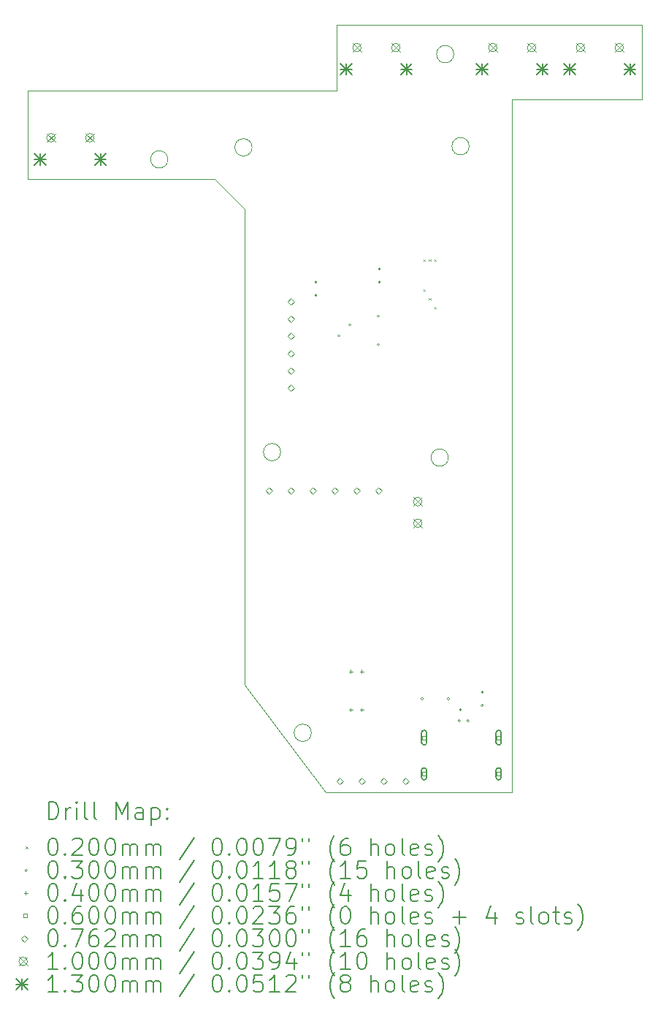
<source format=gbr>
%TF.GenerationSoftware,KiCad,Pcbnew,7.0.2-0*%
%TF.CreationDate,2025-01-26T18:27:37-07:00*%
%TF.ProjectId,LeftMB,4c656674-4d42-42e6-9b69-6361645f7063,rev?*%
%TF.SameCoordinates,Original*%
%TF.FileFunction,Drillmap*%
%TF.FilePolarity,Positive*%
%FSLAX45Y45*%
G04 Gerber Fmt 4.5, Leading zero omitted, Abs format (unit mm)*
G04 Created by KiCad (PCBNEW 7.0.2-0) date 2025-01-26 18:27:37*
%MOMM*%
%LPD*%
G01*
G04 APERTURE LIST*
%ADD10C,0.050000*%
%ADD11C,0.200000*%
%ADD12C,0.020000*%
%ADD13C,0.030000*%
%ADD14C,0.040000*%
%ADD15C,0.060000*%
%ADD16C,0.076200*%
%ADD17C,0.100000*%
%ADD18C,0.130000*%
G04 APERTURE END LIST*
D10*
X10325100Y-6616700D02*
G75*
G03*
X10325100Y-6616700I-100000J0D01*
G01*
X8140700Y-10160000D02*
G75*
G03*
X8140700Y-10160000I-100000J0D01*
G01*
X7721600Y-12852400D02*
X8659000Y-14097000D01*
X7721600Y-7340600D02*
X7721600Y-12852400D01*
X5207000Y-5969000D02*
X5207000Y-6997700D01*
X7808900Y-6629400D02*
G75*
G03*
X7808900Y-6629400I-100000J0D01*
G01*
X12331700Y-5207000D02*
X12331700Y-5930900D01*
X6832600Y-6769100D02*
G75*
G03*
X6832600Y-6769100I-100000J0D01*
G01*
X8786000Y-5969000D02*
X8788400Y-5207000D01*
X8496300Y-13411200D02*
G75*
G03*
X8496300Y-13411200I-100000J0D01*
G01*
X10083800Y-10223500D02*
G75*
G03*
X10083800Y-10223500I-100000J0D01*
G01*
X5207000Y-6997700D02*
X7378700Y-6997700D01*
X8659000Y-14097000D02*
X10818000Y-14097000D01*
X10147300Y-5549900D02*
G75*
G03*
X10147300Y-5549900I-100000J0D01*
G01*
X12331700Y-5930900D02*
X12331700Y-6070600D01*
X8788400Y-5207000D02*
X12331700Y-5207000D01*
X10820400Y-6070600D02*
X10818000Y-14097000D01*
X12331700Y-6070600D02*
X10820400Y-6070600D01*
X7378700Y-6997700D02*
X7721600Y-7340600D01*
X8786000Y-5969000D02*
X5207000Y-5969000D01*
D11*
D12*
X9794400Y-7927500D02*
X9814400Y-7947500D01*
X9814400Y-7927500D02*
X9794400Y-7947500D01*
X9794400Y-8276000D02*
X9814400Y-8296000D01*
X9814400Y-8276000D02*
X9794400Y-8296000D01*
X9857900Y-7927500D02*
X9877900Y-7947500D01*
X9877900Y-7927500D02*
X9857900Y-7947500D01*
X9857900Y-8376000D02*
X9877900Y-8396000D01*
X9877900Y-8376000D02*
X9857900Y-8396000D01*
X9921400Y-7927500D02*
X9941400Y-7947500D01*
X9941400Y-7927500D02*
X9921400Y-7947500D01*
X9921400Y-8476000D02*
X9941400Y-8496000D01*
X9941400Y-8476000D02*
X9921400Y-8496000D01*
D13*
X8562100Y-8191500D02*
G75*
G03*
X8562100Y-8191500I-15000J0D01*
G01*
X8562100Y-8343900D02*
G75*
G03*
X8562100Y-8343900I-15000J0D01*
G01*
X8828800Y-8813800D02*
G75*
G03*
X8828800Y-8813800I-15000J0D01*
G01*
X8955844Y-8686756D02*
G75*
G03*
X8955844Y-8686756I-15000J0D01*
G01*
X9286000Y-8585200D02*
G75*
G03*
X9286000Y-8585200I-15000J0D01*
G01*
X9286000Y-8915400D02*
G75*
G03*
X9286000Y-8915400I-15000J0D01*
G01*
X9298700Y-8039100D02*
G75*
G03*
X9298700Y-8039100I-15000J0D01*
G01*
X9298700Y-8191500D02*
G75*
G03*
X9298700Y-8191500I-15000J0D01*
G01*
X9794000Y-13017500D02*
G75*
G03*
X9794000Y-13017500I-15000J0D01*
G01*
X10098800Y-13017500D02*
G75*
G03*
X10098800Y-13017500I-15000J0D01*
G01*
X10224600Y-13271500D02*
G75*
G03*
X10224600Y-13271500I-15000J0D01*
G01*
X10238500Y-13144500D02*
G75*
G03*
X10238500Y-13144500I-15000J0D01*
G01*
X10326200Y-13271500D02*
G75*
G03*
X10326200Y-13271500I-15000J0D01*
G01*
X10490000Y-13096200D02*
G75*
G03*
X10490000Y-13096200I-15000J0D01*
G01*
X10492500Y-12941300D02*
G75*
G03*
X10492500Y-12941300I-15000J0D01*
G01*
D14*
X8953500Y-12680000D02*
X8953500Y-12720000D01*
X8933500Y-12700000D02*
X8973500Y-12700000D01*
X8953500Y-13124500D02*
X8953500Y-13164500D01*
X8933500Y-13144500D02*
X8973500Y-13144500D01*
X9080500Y-12680000D02*
X9080500Y-12720000D01*
X9060500Y-12700000D02*
X9100500Y-12700000D01*
X9080500Y-13124500D02*
X9080500Y-13164500D01*
X9060500Y-13144500D02*
X9100500Y-13144500D01*
D15*
X9824213Y-13488213D02*
X9824213Y-13445787D01*
X9781787Y-13445787D01*
X9781787Y-13488213D01*
X9824213Y-13488213D01*
D11*
X9833000Y-13522000D02*
X9833000Y-13412000D01*
X9833000Y-13412000D02*
G75*
G03*
X9773000Y-13412000I-30000J0D01*
G01*
X9773000Y-13412000D02*
X9773000Y-13522000D01*
X9773000Y-13522000D02*
G75*
G03*
X9833000Y-13522000I30000J0D01*
G01*
D15*
X9824213Y-13908213D02*
X9824213Y-13865787D01*
X9781787Y-13865787D01*
X9781787Y-13908213D01*
X9824213Y-13908213D01*
D11*
X9833000Y-13927000D02*
X9833000Y-13847000D01*
X9833000Y-13847000D02*
G75*
G03*
X9773000Y-13847000I-30000J0D01*
G01*
X9773000Y-13847000D02*
X9773000Y-13927000D01*
X9773000Y-13927000D02*
G75*
G03*
X9833000Y-13927000I30000J0D01*
G01*
D15*
X10688213Y-13488213D02*
X10688213Y-13445787D01*
X10645787Y-13445787D01*
X10645787Y-13488213D01*
X10688213Y-13488213D01*
D11*
X10697000Y-13522000D02*
X10697000Y-13412000D01*
X10697000Y-13412000D02*
G75*
G03*
X10637000Y-13412000I-30000J0D01*
G01*
X10637000Y-13412000D02*
X10637000Y-13522000D01*
X10637000Y-13522000D02*
G75*
G03*
X10697000Y-13522000I30000J0D01*
G01*
D15*
X10688213Y-13908213D02*
X10688213Y-13865787D01*
X10645787Y-13865787D01*
X10645787Y-13908213D01*
X10688213Y-13908213D01*
D11*
X10697000Y-13927000D02*
X10697000Y-13847000D01*
X10697000Y-13847000D02*
G75*
G03*
X10637000Y-13847000I-30000J0D01*
G01*
X10637000Y-13847000D02*
X10637000Y-13927000D01*
X10637000Y-13927000D02*
G75*
G03*
X10697000Y-13927000I30000J0D01*
G01*
D16*
X8003000Y-10645600D02*
X8041100Y-10607500D01*
X8003000Y-10569400D01*
X7964900Y-10607500D01*
X8003000Y-10645600D01*
X8256400Y-8455100D02*
X8294500Y-8417000D01*
X8256400Y-8378900D01*
X8218300Y-8417000D01*
X8256400Y-8455100D01*
X8256400Y-8655100D02*
X8294500Y-8617000D01*
X8256400Y-8578900D01*
X8218300Y-8617000D01*
X8256400Y-8655100D01*
X8256400Y-8855100D02*
X8294500Y-8817000D01*
X8256400Y-8778900D01*
X8218300Y-8817000D01*
X8256400Y-8855100D01*
X8256400Y-9055100D02*
X8294500Y-9017000D01*
X8256400Y-8978900D01*
X8218300Y-9017000D01*
X8256400Y-9055100D01*
X8256400Y-9255100D02*
X8294500Y-9217000D01*
X8256400Y-9178900D01*
X8218300Y-9217000D01*
X8256400Y-9255100D01*
X8256400Y-9455100D02*
X8294500Y-9417000D01*
X8256400Y-9378900D01*
X8218300Y-9417000D01*
X8256400Y-9455100D01*
X8257000Y-10645600D02*
X8295100Y-10607500D01*
X8257000Y-10569400D01*
X8218900Y-10607500D01*
X8257000Y-10645600D01*
X8511000Y-10645600D02*
X8549100Y-10607500D01*
X8511000Y-10569400D01*
X8472900Y-10607500D01*
X8511000Y-10645600D01*
X8765000Y-10645600D02*
X8803100Y-10607500D01*
X8765000Y-10569400D01*
X8726900Y-10607500D01*
X8765000Y-10645600D01*
X8826500Y-14008100D02*
X8864600Y-13970000D01*
X8826500Y-13931900D01*
X8788400Y-13970000D01*
X8826500Y-14008100D01*
X9019000Y-10645600D02*
X9057100Y-10607500D01*
X9019000Y-10569400D01*
X8980900Y-10607500D01*
X9019000Y-10645600D01*
X9080500Y-14008100D02*
X9118600Y-13970000D01*
X9080500Y-13931900D01*
X9042400Y-13970000D01*
X9080500Y-14008100D01*
X9273000Y-10645600D02*
X9311100Y-10607500D01*
X9273000Y-10569400D01*
X9234900Y-10607500D01*
X9273000Y-10645600D01*
X9334500Y-14008100D02*
X9372600Y-13970000D01*
X9334500Y-13931900D01*
X9296400Y-13970000D01*
X9334500Y-14008100D01*
X9588500Y-14008100D02*
X9626600Y-13970000D01*
X9588500Y-13931900D01*
X9550400Y-13970000D01*
X9588500Y-14008100D01*
D17*
X5427300Y-6468700D02*
X5527300Y-6568700D01*
X5527300Y-6468700D02*
X5427300Y-6568700D01*
X5527300Y-6518700D02*
G75*
G03*
X5527300Y-6518700I-50000J0D01*
G01*
X5877300Y-6468700D02*
X5977300Y-6568700D01*
X5977300Y-6468700D02*
X5877300Y-6568700D01*
X5977300Y-6518700D02*
G75*
G03*
X5977300Y-6518700I-50000J0D01*
G01*
X8974200Y-5423700D02*
X9074200Y-5523700D01*
X9074200Y-5423700D02*
X8974200Y-5523700D01*
X9074200Y-5473700D02*
G75*
G03*
X9074200Y-5473700I-50000J0D01*
G01*
X9424200Y-5423700D02*
X9524200Y-5523700D01*
X9524200Y-5423700D02*
X9424200Y-5523700D01*
X9524200Y-5473700D02*
G75*
G03*
X9524200Y-5473700I-50000J0D01*
G01*
X9678950Y-10683500D02*
X9778950Y-10783500D01*
X9778950Y-10683500D02*
X9678950Y-10783500D01*
X9778950Y-10733500D02*
G75*
G03*
X9778950Y-10733500I-50000J0D01*
G01*
X9678950Y-10933500D02*
X9778950Y-11033500D01*
X9778950Y-10933500D02*
X9678950Y-11033500D01*
X9778950Y-10983500D02*
G75*
G03*
X9778950Y-10983500I-50000J0D01*
G01*
X10549000Y-5423700D02*
X10649000Y-5523700D01*
X10649000Y-5423700D02*
X10549000Y-5523700D01*
X10649000Y-5473700D02*
G75*
G03*
X10649000Y-5473700I-50000J0D01*
G01*
X10999000Y-5423700D02*
X11099000Y-5523700D01*
X11099000Y-5423700D02*
X10999000Y-5523700D01*
X11099000Y-5473700D02*
G75*
G03*
X11099000Y-5473700I-50000J0D01*
G01*
X11565000Y-5423700D02*
X11665000Y-5523700D01*
X11665000Y-5423700D02*
X11565000Y-5523700D01*
X11665000Y-5473700D02*
G75*
G03*
X11665000Y-5473700I-50000J0D01*
G01*
X12015000Y-5423700D02*
X12115000Y-5523700D01*
X12115000Y-5423700D02*
X12015000Y-5523700D01*
X12115000Y-5473700D02*
G75*
G03*
X12115000Y-5473700I-50000J0D01*
G01*
D18*
X5287300Y-6703700D02*
X5417300Y-6833700D01*
X5417300Y-6703700D02*
X5287300Y-6833700D01*
X5352300Y-6703700D02*
X5352300Y-6833700D01*
X5287300Y-6768700D02*
X5417300Y-6768700D01*
X5987300Y-6703700D02*
X6117300Y-6833700D01*
X6117300Y-6703700D02*
X5987300Y-6833700D01*
X6052300Y-6703700D02*
X6052300Y-6833700D01*
X5987300Y-6768700D02*
X6117300Y-6768700D01*
X8834200Y-5658700D02*
X8964200Y-5788700D01*
X8964200Y-5658700D02*
X8834200Y-5788700D01*
X8899200Y-5658700D02*
X8899200Y-5788700D01*
X8834200Y-5723700D02*
X8964200Y-5723700D01*
X9534200Y-5658700D02*
X9664200Y-5788700D01*
X9664200Y-5658700D02*
X9534200Y-5788700D01*
X9599200Y-5658700D02*
X9599200Y-5788700D01*
X9534200Y-5723700D02*
X9664200Y-5723700D01*
X10409000Y-5658700D02*
X10539000Y-5788700D01*
X10539000Y-5658700D02*
X10409000Y-5788700D01*
X10474000Y-5658700D02*
X10474000Y-5788700D01*
X10409000Y-5723700D02*
X10539000Y-5723700D01*
X11109000Y-5658700D02*
X11239000Y-5788700D01*
X11239000Y-5658700D02*
X11109000Y-5788700D01*
X11174000Y-5658700D02*
X11174000Y-5788700D01*
X11109000Y-5723700D02*
X11239000Y-5723700D01*
X11425000Y-5658700D02*
X11555000Y-5788700D01*
X11555000Y-5658700D02*
X11425000Y-5788700D01*
X11490000Y-5658700D02*
X11490000Y-5788700D01*
X11425000Y-5723700D02*
X11555000Y-5723700D01*
X12125000Y-5658700D02*
X12255000Y-5788700D01*
X12255000Y-5658700D02*
X12125000Y-5788700D01*
X12190000Y-5658700D02*
X12190000Y-5788700D01*
X12125000Y-5723700D02*
X12255000Y-5723700D01*
D11*
X5452119Y-14412024D02*
X5452119Y-14212024D01*
X5452119Y-14212024D02*
X5499738Y-14212024D01*
X5499738Y-14212024D02*
X5528310Y-14221548D01*
X5528310Y-14221548D02*
X5547357Y-14240595D01*
X5547357Y-14240595D02*
X5556881Y-14259643D01*
X5556881Y-14259643D02*
X5566405Y-14297738D01*
X5566405Y-14297738D02*
X5566405Y-14326309D01*
X5566405Y-14326309D02*
X5556881Y-14364405D01*
X5556881Y-14364405D02*
X5547357Y-14383452D01*
X5547357Y-14383452D02*
X5528310Y-14402500D01*
X5528310Y-14402500D02*
X5499738Y-14412024D01*
X5499738Y-14412024D02*
X5452119Y-14412024D01*
X5652119Y-14412024D02*
X5652119Y-14278690D01*
X5652119Y-14316786D02*
X5661643Y-14297738D01*
X5661643Y-14297738D02*
X5671167Y-14288214D01*
X5671167Y-14288214D02*
X5690214Y-14278690D01*
X5690214Y-14278690D02*
X5709262Y-14278690D01*
X5775928Y-14412024D02*
X5775928Y-14278690D01*
X5775928Y-14212024D02*
X5766405Y-14221548D01*
X5766405Y-14221548D02*
X5775928Y-14231071D01*
X5775928Y-14231071D02*
X5785452Y-14221548D01*
X5785452Y-14221548D02*
X5775928Y-14212024D01*
X5775928Y-14212024D02*
X5775928Y-14231071D01*
X5899738Y-14412024D02*
X5880690Y-14402500D01*
X5880690Y-14402500D02*
X5871167Y-14383452D01*
X5871167Y-14383452D02*
X5871167Y-14212024D01*
X6004500Y-14412024D02*
X5985452Y-14402500D01*
X5985452Y-14402500D02*
X5975928Y-14383452D01*
X5975928Y-14383452D02*
X5975928Y-14212024D01*
X6233071Y-14412024D02*
X6233071Y-14212024D01*
X6233071Y-14212024D02*
X6299738Y-14354881D01*
X6299738Y-14354881D02*
X6366405Y-14212024D01*
X6366405Y-14212024D02*
X6366405Y-14412024D01*
X6547357Y-14412024D02*
X6547357Y-14307262D01*
X6547357Y-14307262D02*
X6537833Y-14288214D01*
X6537833Y-14288214D02*
X6518786Y-14278690D01*
X6518786Y-14278690D02*
X6480690Y-14278690D01*
X6480690Y-14278690D02*
X6461643Y-14288214D01*
X6547357Y-14402500D02*
X6528309Y-14412024D01*
X6528309Y-14412024D02*
X6480690Y-14412024D01*
X6480690Y-14412024D02*
X6461643Y-14402500D01*
X6461643Y-14402500D02*
X6452119Y-14383452D01*
X6452119Y-14383452D02*
X6452119Y-14364405D01*
X6452119Y-14364405D02*
X6461643Y-14345357D01*
X6461643Y-14345357D02*
X6480690Y-14335833D01*
X6480690Y-14335833D02*
X6528309Y-14335833D01*
X6528309Y-14335833D02*
X6547357Y-14326309D01*
X6642595Y-14278690D02*
X6642595Y-14478690D01*
X6642595Y-14288214D02*
X6661643Y-14278690D01*
X6661643Y-14278690D02*
X6699738Y-14278690D01*
X6699738Y-14278690D02*
X6718786Y-14288214D01*
X6718786Y-14288214D02*
X6728309Y-14297738D01*
X6728309Y-14297738D02*
X6737833Y-14316786D01*
X6737833Y-14316786D02*
X6737833Y-14373928D01*
X6737833Y-14373928D02*
X6728309Y-14392976D01*
X6728309Y-14392976D02*
X6718786Y-14402500D01*
X6718786Y-14402500D02*
X6699738Y-14412024D01*
X6699738Y-14412024D02*
X6661643Y-14412024D01*
X6661643Y-14412024D02*
X6642595Y-14402500D01*
X6823548Y-14392976D02*
X6833071Y-14402500D01*
X6833071Y-14402500D02*
X6823548Y-14412024D01*
X6823548Y-14412024D02*
X6814024Y-14402500D01*
X6814024Y-14402500D02*
X6823548Y-14392976D01*
X6823548Y-14392976D02*
X6823548Y-14412024D01*
X6823548Y-14288214D02*
X6833071Y-14297738D01*
X6833071Y-14297738D02*
X6823548Y-14307262D01*
X6823548Y-14307262D02*
X6814024Y-14297738D01*
X6814024Y-14297738D02*
X6823548Y-14288214D01*
X6823548Y-14288214D02*
X6823548Y-14307262D01*
D12*
X5184500Y-14729500D02*
X5204500Y-14749500D01*
X5204500Y-14729500D02*
X5184500Y-14749500D01*
D11*
X5490214Y-14632024D02*
X5509262Y-14632024D01*
X5509262Y-14632024D02*
X5528310Y-14641548D01*
X5528310Y-14641548D02*
X5537833Y-14651071D01*
X5537833Y-14651071D02*
X5547357Y-14670119D01*
X5547357Y-14670119D02*
X5556881Y-14708214D01*
X5556881Y-14708214D02*
X5556881Y-14755833D01*
X5556881Y-14755833D02*
X5547357Y-14793928D01*
X5547357Y-14793928D02*
X5537833Y-14812976D01*
X5537833Y-14812976D02*
X5528310Y-14822500D01*
X5528310Y-14822500D02*
X5509262Y-14832024D01*
X5509262Y-14832024D02*
X5490214Y-14832024D01*
X5490214Y-14832024D02*
X5471167Y-14822500D01*
X5471167Y-14822500D02*
X5461643Y-14812976D01*
X5461643Y-14812976D02*
X5452119Y-14793928D01*
X5452119Y-14793928D02*
X5442595Y-14755833D01*
X5442595Y-14755833D02*
X5442595Y-14708214D01*
X5442595Y-14708214D02*
X5452119Y-14670119D01*
X5452119Y-14670119D02*
X5461643Y-14651071D01*
X5461643Y-14651071D02*
X5471167Y-14641548D01*
X5471167Y-14641548D02*
X5490214Y-14632024D01*
X5642595Y-14812976D02*
X5652119Y-14822500D01*
X5652119Y-14822500D02*
X5642595Y-14832024D01*
X5642595Y-14832024D02*
X5633071Y-14822500D01*
X5633071Y-14822500D02*
X5642595Y-14812976D01*
X5642595Y-14812976D02*
X5642595Y-14832024D01*
X5728309Y-14651071D02*
X5737833Y-14641548D01*
X5737833Y-14641548D02*
X5756881Y-14632024D01*
X5756881Y-14632024D02*
X5804500Y-14632024D01*
X5804500Y-14632024D02*
X5823548Y-14641548D01*
X5823548Y-14641548D02*
X5833071Y-14651071D01*
X5833071Y-14651071D02*
X5842595Y-14670119D01*
X5842595Y-14670119D02*
X5842595Y-14689167D01*
X5842595Y-14689167D02*
X5833071Y-14717738D01*
X5833071Y-14717738D02*
X5718786Y-14832024D01*
X5718786Y-14832024D02*
X5842595Y-14832024D01*
X5966405Y-14632024D02*
X5985452Y-14632024D01*
X5985452Y-14632024D02*
X6004500Y-14641548D01*
X6004500Y-14641548D02*
X6014024Y-14651071D01*
X6014024Y-14651071D02*
X6023548Y-14670119D01*
X6023548Y-14670119D02*
X6033071Y-14708214D01*
X6033071Y-14708214D02*
X6033071Y-14755833D01*
X6033071Y-14755833D02*
X6023548Y-14793928D01*
X6023548Y-14793928D02*
X6014024Y-14812976D01*
X6014024Y-14812976D02*
X6004500Y-14822500D01*
X6004500Y-14822500D02*
X5985452Y-14832024D01*
X5985452Y-14832024D02*
X5966405Y-14832024D01*
X5966405Y-14832024D02*
X5947357Y-14822500D01*
X5947357Y-14822500D02*
X5937833Y-14812976D01*
X5937833Y-14812976D02*
X5928309Y-14793928D01*
X5928309Y-14793928D02*
X5918786Y-14755833D01*
X5918786Y-14755833D02*
X5918786Y-14708214D01*
X5918786Y-14708214D02*
X5928309Y-14670119D01*
X5928309Y-14670119D02*
X5937833Y-14651071D01*
X5937833Y-14651071D02*
X5947357Y-14641548D01*
X5947357Y-14641548D02*
X5966405Y-14632024D01*
X6156881Y-14632024D02*
X6175929Y-14632024D01*
X6175929Y-14632024D02*
X6194976Y-14641548D01*
X6194976Y-14641548D02*
X6204500Y-14651071D01*
X6204500Y-14651071D02*
X6214024Y-14670119D01*
X6214024Y-14670119D02*
X6223548Y-14708214D01*
X6223548Y-14708214D02*
X6223548Y-14755833D01*
X6223548Y-14755833D02*
X6214024Y-14793928D01*
X6214024Y-14793928D02*
X6204500Y-14812976D01*
X6204500Y-14812976D02*
X6194976Y-14822500D01*
X6194976Y-14822500D02*
X6175929Y-14832024D01*
X6175929Y-14832024D02*
X6156881Y-14832024D01*
X6156881Y-14832024D02*
X6137833Y-14822500D01*
X6137833Y-14822500D02*
X6128309Y-14812976D01*
X6128309Y-14812976D02*
X6118786Y-14793928D01*
X6118786Y-14793928D02*
X6109262Y-14755833D01*
X6109262Y-14755833D02*
X6109262Y-14708214D01*
X6109262Y-14708214D02*
X6118786Y-14670119D01*
X6118786Y-14670119D02*
X6128309Y-14651071D01*
X6128309Y-14651071D02*
X6137833Y-14641548D01*
X6137833Y-14641548D02*
X6156881Y-14632024D01*
X6309262Y-14832024D02*
X6309262Y-14698690D01*
X6309262Y-14717738D02*
X6318786Y-14708214D01*
X6318786Y-14708214D02*
X6337833Y-14698690D01*
X6337833Y-14698690D02*
X6366405Y-14698690D01*
X6366405Y-14698690D02*
X6385452Y-14708214D01*
X6385452Y-14708214D02*
X6394976Y-14727262D01*
X6394976Y-14727262D02*
X6394976Y-14832024D01*
X6394976Y-14727262D02*
X6404500Y-14708214D01*
X6404500Y-14708214D02*
X6423548Y-14698690D01*
X6423548Y-14698690D02*
X6452119Y-14698690D01*
X6452119Y-14698690D02*
X6471167Y-14708214D01*
X6471167Y-14708214D02*
X6480690Y-14727262D01*
X6480690Y-14727262D02*
X6480690Y-14832024D01*
X6575929Y-14832024D02*
X6575929Y-14698690D01*
X6575929Y-14717738D02*
X6585452Y-14708214D01*
X6585452Y-14708214D02*
X6604500Y-14698690D01*
X6604500Y-14698690D02*
X6633071Y-14698690D01*
X6633071Y-14698690D02*
X6652119Y-14708214D01*
X6652119Y-14708214D02*
X6661643Y-14727262D01*
X6661643Y-14727262D02*
X6661643Y-14832024D01*
X6661643Y-14727262D02*
X6671167Y-14708214D01*
X6671167Y-14708214D02*
X6690214Y-14698690D01*
X6690214Y-14698690D02*
X6718786Y-14698690D01*
X6718786Y-14698690D02*
X6737833Y-14708214D01*
X6737833Y-14708214D02*
X6747357Y-14727262D01*
X6747357Y-14727262D02*
X6747357Y-14832024D01*
X7137833Y-14622500D02*
X6966405Y-14879643D01*
X7394976Y-14632024D02*
X7414024Y-14632024D01*
X7414024Y-14632024D02*
X7433072Y-14641548D01*
X7433072Y-14641548D02*
X7442595Y-14651071D01*
X7442595Y-14651071D02*
X7452119Y-14670119D01*
X7452119Y-14670119D02*
X7461643Y-14708214D01*
X7461643Y-14708214D02*
X7461643Y-14755833D01*
X7461643Y-14755833D02*
X7452119Y-14793928D01*
X7452119Y-14793928D02*
X7442595Y-14812976D01*
X7442595Y-14812976D02*
X7433072Y-14822500D01*
X7433072Y-14822500D02*
X7414024Y-14832024D01*
X7414024Y-14832024D02*
X7394976Y-14832024D01*
X7394976Y-14832024D02*
X7375929Y-14822500D01*
X7375929Y-14822500D02*
X7366405Y-14812976D01*
X7366405Y-14812976D02*
X7356881Y-14793928D01*
X7356881Y-14793928D02*
X7347357Y-14755833D01*
X7347357Y-14755833D02*
X7347357Y-14708214D01*
X7347357Y-14708214D02*
X7356881Y-14670119D01*
X7356881Y-14670119D02*
X7366405Y-14651071D01*
X7366405Y-14651071D02*
X7375929Y-14641548D01*
X7375929Y-14641548D02*
X7394976Y-14632024D01*
X7547357Y-14812976D02*
X7556881Y-14822500D01*
X7556881Y-14822500D02*
X7547357Y-14832024D01*
X7547357Y-14832024D02*
X7537833Y-14822500D01*
X7537833Y-14822500D02*
X7547357Y-14812976D01*
X7547357Y-14812976D02*
X7547357Y-14832024D01*
X7680691Y-14632024D02*
X7699738Y-14632024D01*
X7699738Y-14632024D02*
X7718786Y-14641548D01*
X7718786Y-14641548D02*
X7728310Y-14651071D01*
X7728310Y-14651071D02*
X7737833Y-14670119D01*
X7737833Y-14670119D02*
X7747357Y-14708214D01*
X7747357Y-14708214D02*
X7747357Y-14755833D01*
X7747357Y-14755833D02*
X7737833Y-14793928D01*
X7737833Y-14793928D02*
X7728310Y-14812976D01*
X7728310Y-14812976D02*
X7718786Y-14822500D01*
X7718786Y-14822500D02*
X7699738Y-14832024D01*
X7699738Y-14832024D02*
X7680691Y-14832024D01*
X7680691Y-14832024D02*
X7661643Y-14822500D01*
X7661643Y-14822500D02*
X7652119Y-14812976D01*
X7652119Y-14812976D02*
X7642595Y-14793928D01*
X7642595Y-14793928D02*
X7633072Y-14755833D01*
X7633072Y-14755833D02*
X7633072Y-14708214D01*
X7633072Y-14708214D02*
X7642595Y-14670119D01*
X7642595Y-14670119D02*
X7652119Y-14651071D01*
X7652119Y-14651071D02*
X7661643Y-14641548D01*
X7661643Y-14641548D02*
X7680691Y-14632024D01*
X7871167Y-14632024D02*
X7890214Y-14632024D01*
X7890214Y-14632024D02*
X7909262Y-14641548D01*
X7909262Y-14641548D02*
X7918786Y-14651071D01*
X7918786Y-14651071D02*
X7928310Y-14670119D01*
X7928310Y-14670119D02*
X7937833Y-14708214D01*
X7937833Y-14708214D02*
X7937833Y-14755833D01*
X7937833Y-14755833D02*
X7928310Y-14793928D01*
X7928310Y-14793928D02*
X7918786Y-14812976D01*
X7918786Y-14812976D02*
X7909262Y-14822500D01*
X7909262Y-14822500D02*
X7890214Y-14832024D01*
X7890214Y-14832024D02*
X7871167Y-14832024D01*
X7871167Y-14832024D02*
X7852119Y-14822500D01*
X7852119Y-14822500D02*
X7842595Y-14812976D01*
X7842595Y-14812976D02*
X7833072Y-14793928D01*
X7833072Y-14793928D02*
X7823548Y-14755833D01*
X7823548Y-14755833D02*
X7823548Y-14708214D01*
X7823548Y-14708214D02*
X7833072Y-14670119D01*
X7833072Y-14670119D02*
X7842595Y-14651071D01*
X7842595Y-14651071D02*
X7852119Y-14641548D01*
X7852119Y-14641548D02*
X7871167Y-14632024D01*
X8004500Y-14632024D02*
X8137833Y-14632024D01*
X8137833Y-14632024D02*
X8052119Y-14832024D01*
X8223548Y-14832024D02*
X8261643Y-14832024D01*
X8261643Y-14832024D02*
X8280691Y-14822500D01*
X8280691Y-14822500D02*
X8290214Y-14812976D01*
X8290214Y-14812976D02*
X8309262Y-14784405D01*
X8309262Y-14784405D02*
X8318786Y-14746309D01*
X8318786Y-14746309D02*
X8318786Y-14670119D01*
X8318786Y-14670119D02*
X8309262Y-14651071D01*
X8309262Y-14651071D02*
X8299738Y-14641548D01*
X8299738Y-14641548D02*
X8280691Y-14632024D01*
X8280691Y-14632024D02*
X8242595Y-14632024D01*
X8242595Y-14632024D02*
X8223548Y-14641548D01*
X8223548Y-14641548D02*
X8214024Y-14651071D01*
X8214024Y-14651071D02*
X8204500Y-14670119D01*
X8204500Y-14670119D02*
X8204500Y-14717738D01*
X8204500Y-14717738D02*
X8214024Y-14736786D01*
X8214024Y-14736786D02*
X8223548Y-14746309D01*
X8223548Y-14746309D02*
X8242595Y-14755833D01*
X8242595Y-14755833D02*
X8280691Y-14755833D01*
X8280691Y-14755833D02*
X8299738Y-14746309D01*
X8299738Y-14746309D02*
X8309262Y-14736786D01*
X8309262Y-14736786D02*
X8318786Y-14717738D01*
X8394976Y-14632024D02*
X8394976Y-14670119D01*
X8471167Y-14632024D02*
X8471167Y-14670119D01*
X8766405Y-14908214D02*
X8756881Y-14898690D01*
X8756881Y-14898690D02*
X8737834Y-14870119D01*
X8737834Y-14870119D02*
X8728310Y-14851071D01*
X8728310Y-14851071D02*
X8718786Y-14822500D01*
X8718786Y-14822500D02*
X8709262Y-14774881D01*
X8709262Y-14774881D02*
X8709262Y-14736786D01*
X8709262Y-14736786D02*
X8718786Y-14689167D01*
X8718786Y-14689167D02*
X8728310Y-14660595D01*
X8728310Y-14660595D02*
X8737834Y-14641548D01*
X8737834Y-14641548D02*
X8756881Y-14612976D01*
X8756881Y-14612976D02*
X8766405Y-14603452D01*
X8928310Y-14632024D02*
X8890215Y-14632024D01*
X8890215Y-14632024D02*
X8871167Y-14641548D01*
X8871167Y-14641548D02*
X8861643Y-14651071D01*
X8861643Y-14651071D02*
X8842596Y-14679643D01*
X8842596Y-14679643D02*
X8833072Y-14717738D01*
X8833072Y-14717738D02*
X8833072Y-14793928D01*
X8833072Y-14793928D02*
X8842596Y-14812976D01*
X8842596Y-14812976D02*
X8852119Y-14822500D01*
X8852119Y-14822500D02*
X8871167Y-14832024D01*
X8871167Y-14832024D02*
X8909262Y-14832024D01*
X8909262Y-14832024D02*
X8928310Y-14822500D01*
X8928310Y-14822500D02*
X8937834Y-14812976D01*
X8937834Y-14812976D02*
X8947357Y-14793928D01*
X8947357Y-14793928D02*
X8947357Y-14746309D01*
X8947357Y-14746309D02*
X8937834Y-14727262D01*
X8937834Y-14727262D02*
X8928310Y-14717738D01*
X8928310Y-14717738D02*
X8909262Y-14708214D01*
X8909262Y-14708214D02*
X8871167Y-14708214D01*
X8871167Y-14708214D02*
X8852119Y-14717738D01*
X8852119Y-14717738D02*
X8842596Y-14727262D01*
X8842596Y-14727262D02*
X8833072Y-14746309D01*
X9185453Y-14832024D02*
X9185453Y-14632024D01*
X9271167Y-14832024D02*
X9271167Y-14727262D01*
X9271167Y-14727262D02*
X9261643Y-14708214D01*
X9261643Y-14708214D02*
X9242596Y-14698690D01*
X9242596Y-14698690D02*
X9214024Y-14698690D01*
X9214024Y-14698690D02*
X9194977Y-14708214D01*
X9194977Y-14708214D02*
X9185453Y-14717738D01*
X9394977Y-14832024D02*
X9375929Y-14822500D01*
X9375929Y-14822500D02*
X9366405Y-14812976D01*
X9366405Y-14812976D02*
X9356881Y-14793928D01*
X9356881Y-14793928D02*
X9356881Y-14736786D01*
X9356881Y-14736786D02*
X9366405Y-14717738D01*
X9366405Y-14717738D02*
X9375929Y-14708214D01*
X9375929Y-14708214D02*
X9394977Y-14698690D01*
X9394977Y-14698690D02*
X9423548Y-14698690D01*
X9423548Y-14698690D02*
X9442596Y-14708214D01*
X9442596Y-14708214D02*
X9452119Y-14717738D01*
X9452119Y-14717738D02*
X9461643Y-14736786D01*
X9461643Y-14736786D02*
X9461643Y-14793928D01*
X9461643Y-14793928D02*
X9452119Y-14812976D01*
X9452119Y-14812976D02*
X9442596Y-14822500D01*
X9442596Y-14822500D02*
X9423548Y-14832024D01*
X9423548Y-14832024D02*
X9394977Y-14832024D01*
X9575929Y-14832024D02*
X9556881Y-14822500D01*
X9556881Y-14822500D02*
X9547358Y-14803452D01*
X9547358Y-14803452D02*
X9547358Y-14632024D01*
X9728310Y-14822500D02*
X9709262Y-14832024D01*
X9709262Y-14832024D02*
X9671167Y-14832024D01*
X9671167Y-14832024D02*
X9652119Y-14822500D01*
X9652119Y-14822500D02*
X9642596Y-14803452D01*
X9642596Y-14803452D02*
X9642596Y-14727262D01*
X9642596Y-14727262D02*
X9652119Y-14708214D01*
X9652119Y-14708214D02*
X9671167Y-14698690D01*
X9671167Y-14698690D02*
X9709262Y-14698690D01*
X9709262Y-14698690D02*
X9728310Y-14708214D01*
X9728310Y-14708214D02*
X9737834Y-14727262D01*
X9737834Y-14727262D02*
X9737834Y-14746309D01*
X9737834Y-14746309D02*
X9642596Y-14765357D01*
X9814024Y-14822500D02*
X9833072Y-14832024D01*
X9833072Y-14832024D02*
X9871167Y-14832024D01*
X9871167Y-14832024D02*
X9890215Y-14822500D01*
X9890215Y-14822500D02*
X9899739Y-14803452D01*
X9899739Y-14803452D02*
X9899739Y-14793928D01*
X9899739Y-14793928D02*
X9890215Y-14774881D01*
X9890215Y-14774881D02*
X9871167Y-14765357D01*
X9871167Y-14765357D02*
X9842596Y-14765357D01*
X9842596Y-14765357D02*
X9823548Y-14755833D01*
X9823548Y-14755833D02*
X9814024Y-14736786D01*
X9814024Y-14736786D02*
X9814024Y-14727262D01*
X9814024Y-14727262D02*
X9823548Y-14708214D01*
X9823548Y-14708214D02*
X9842596Y-14698690D01*
X9842596Y-14698690D02*
X9871167Y-14698690D01*
X9871167Y-14698690D02*
X9890215Y-14708214D01*
X9966405Y-14908214D02*
X9975929Y-14898690D01*
X9975929Y-14898690D02*
X9994977Y-14870119D01*
X9994977Y-14870119D02*
X10004500Y-14851071D01*
X10004500Y-14851071D02*
X10014024Y-14822500D01*
X10014024Y-14822500D02*
X10023548Y-14774881D01*
X10023548Y-14774881D02*
X10023548Y-14736786D01*
X10023548Y-14736786D02*
X10014024Y-14689167D01*
X10014024Y-14689167D02*
X10004500Y-14660595D01*
X10004500Y-14660595D02*
X9994977Y-14641548D01*
X9994977Y-14641548D02*
X9975929Y-14612976D01*
X9975929Y-14612976D02*
X9966405Y-14603452D01*
D13*
X5204500Y-15003500D02*
G75*
G03*
X5204500Y-15003500I-15000J0D01*
G01*
D11*
X5490214Y-14896024D02*
X5509262Y-14896024D01*
X5509262Y-14896024D02*
X5528310Y-14905548D01*
X5528310Y-14905548D02*
X5537833Y-14915071D01*
X5537833Y-14915071D02*
X5547357Y-14934119D01*
X5547357Y-14934119D02*
X5556881Y-14972214D01*
X5556881Y-14972214D02*
X5556881Y-15019833D01*
X5556881Y-15019833D02*
X5547357Y-15057928D01*
X5547357Y-15057928D02*
X5537833Y-15076976D01*
X5537833Y-15076976D02*
X5528310Y-15086500D01*
X5528310Y-15086500D02*
X5509262Y-15096024D01*
X5509262Y-15096024D02*
X5490214Y-15096024D01*
X5490214Y-15096024D02*
X5471167Y-15086500D01*
X5471167Y-15086500D02*
X5461643Y-15076976D01*
X5461643Y-15076976D02*
X5452119Y-15057928D01*
X5452119Y-15057928D02*
X5442595Y-15019833D01*
X5442595Y-15019833D02*
X5442595Y-14972214D01*
X5442595Y-14972214D02*
X5452119Y-14934119D01*
X5452119Y-14934119D02*
X5461643Y-14915071D01*
X5461643Y-14915071D02*
X5471167Y-14905548D01*
X5471167Y-14905548D02*
X5490214Y-14896024D01*
X5642595Y-15076976D02*
X5652119Y-15086500D01*
X5652119Y-15086500D02*
X5642595Y-15096024D01*
X5642595Y-15096024D02*
X5633071Y-15086500D01*
X5633071Y-15086500D02*
X5642595Y-15076976D01*
X5642595Y-15076976D02*
X5642595Y-15096024D01*
X5718786Y-14896024D02*
X5842595Y-14896024D01*
X5842595Y-14896024D02*
X5775928Y-14972214D01*
X5775928Y-14972214D02*
X5804500Y-14972214D01*
X5804500Y-14972214D02*
X5823548Y-14981738D01*
X5823548Y-14981738D02*
X5833071Y-14991262D01*
X5833071Y-14991262D02*
X5842595Y-15010309D01*
X5842595Y-15010309D02*
X5842595Y-15057928D01*
X5842595Y-15057928D02*
X5833071Y-15076976D01*
X5833071Y-15076976D02*
X5823548Y-15086500D01*
X5823548Y-15086500D02*
X5804500Y-15096024D01*
X5804500Y-15096024D02*
X5747357Y-15096024D01*
X5747357Y-15096024D02*
X5728309Y-15086500D01*
X5728309Y-15086500D02*
X5718786Y-15076976D01*
X5966405Y-14896024D02*
X5985452Y-14896024D01*
X5985452Y-14896024D02*
X6004500Y-14905548D01*
X6004500Y-14905548D02*
X6014024Y-14915071D01*
X6014024Y-14915071D02*
X6023548Y-14934119D01*
X6023548Y-14934119D02*
X6033071Y-14972214D01*
X6033071Y-14972214D02*
X6033071Y-15019833D01*
X6033071Y-15019833D02*
X6023548Y-15057928D01*
X6023548Y-15057928D02*
X6014024Y-15076976D01*
X6014024Y-15076976D02*
X6004500Y-15086500D01*
X6004500Y-15086500D02*
X5985452Y-15096024D01*
X5985452Y-15096024D02*
X5966405Y-15096024D01*
X5966405Y-15096024D02*
X5947357Y-15086500D01*
X5947357Y-15086500D02*
X5937833Y-15076976D01*
X5937833Y-15076976D02*
X5928309Y-15057928D01*
X5928309Y-15057928D02*
X5918786Y-15019833D01*
X5918786Y-15019833D02*
X5918786Y-14972214D01*
X5918786Y-14972214D02*
X5928309Y-14934119D01*
X5928309Y-14934119D02*
X5937833Y-14915071D01*
X5937833Y-14915071D02*
X5947357Y-14905548D01*
X5947357Y-14905548D02*
X5966405Y-14896024D01*
X6156881Y-14896024D02*
X6175929Y-14896024D01*
X6175929Y-14896024D02*
X6194976Y-14905548D01*
X6194976Y-14905548D02*
X6204500Y-14915071D01*
X6204500Y-14915071D02*
X6214024Y-14934119D01*
X6214024Y-14934119D02*
X6223548Y-14972214D01*
X6223548Y-14972214D02*
X6223548Y-15019833D01*
X6223548Y-15019833D02*
X6214024Y-15057928D01*
X6214024Y-15057928D02*
X6204500Y-15076976D01*
X6204500Y-15076976D02*
X6194976Y-15086500D01*
X6194976Y-15086500D02*
X6175929Y-15096024D01*
X6175929Y-15096024D02*
X6156881Y-15096024D01*
X6156881Y-15096024D02*
X6137833Y-15086500D01*
X6137833Y-15086500D02*
X6128309Y-15076976D01*
X6128309Y-15076976D02*
X6118786Y-15057928D01*
X6118786Y-15057928D02*
X6109262Y-15019833D01*
X6109262Y-15019833D02*
X6109262Y-14972214D01*
X6109262Y-14972214D02*
X6118786Y-14934119D01*
X6118786Y-14934119D02*
X6128309Y-14915071D01*
X6128309Y-14915071D02*
X6137833Y-14905548D01*
X6137833Y-14905548D02*
X6156881Y-14896024D01*
X6309262Y-15096024D02*
X6309262Y-14962690D01*
X6309262Y-14981738D02*
X6318786Y-14972214D01*
X6318786Y-14972214D02*
X6337833Y-14962690D01*
X6337833Y-14962690D02*
X6366405Y-14962690D01*
X6366405Y-14962690D02*
X6385452Y-14972214D01*
X6385452Y-14972214D02*
X6394976Y-14991262D01*
X6394976Y-14991262D02*
X6394976Y-15096024D01*
X6394976Y-14991262D02*
X6404500Y-14972214D01*
X6404500Y-14972214D02*
X6423548Y-14962690D01*
X6423548Y-14962690D02*
X6452119Y-14962690D01*
X6452119Y-14962690D02*
X6471167Y-14972214D01*
X6471167Y-14972214D02*
X6480690Y-14991262D01*
X6480690Y-14991262D02*
X6480690Y-15096024D01*
X6575929Y-15096024D02*
X6575929Y-14962690D01*
X6575929Y-14981738D02*
X6585452Y-14972214D01*
X6585452Y-14972214D02*
X6604500Y-14962690D01*
X6604500Y-14962690D02*
X6633071Y-14962690D01*
X6633071Y-14962690D02*
X6652119Y-14972214D01*
X6652119Y-14972214D02*
X6661643Y-14991262D01*
X6661643Y-14991262D02*
X6661643Y-15096024D01*
X6661643Y-14991262D02*
X6671167Y-14972214D01*
X6671167Y-14972214D02*
X6690214Y-14962690D01*
X6690214Y-14962690D02*
X6718786Y-14962690D01*
X6718786Y-14962690D02*
X6737833Y-14972214D01*
X6737833Y-14972214D02*
X6747357Y-14991262D01*
X6747357Y-14991262D02*
X6747357Y-15096024D01*
X7137833Y-14886500D02*
X6966405Y-15143643D01*
X7394976Y-14896024D02*
X7414024Y-14896024D01*
X7414024Y-14896024D02*
X7433072Y-14905548D01*
X7433072Y-14905548D02*
X7442595Y-14915071D01*
X7442595Y-14915071D02*
X7452119Y-14934119D01*
X7452119Y-14934119D02*
X7461643Y-14972214D01*
X7461643Y-14972214D02*
X7461643Y-15019833D01*
X7461643Y-15019833D02*
X7452119Y-15057928D01*
X7452119Y-15057928D02*
X7442595Y-15076976D01*
X7442595Y-15076976D02*
X7433072Y-15086500D01*
X7433072Y-15086500D02*
X7414024Y-15096024D01*
X7414024Y-15096024D02*
X7394976Y-15096024D01*
X7394976Y-15096024D02*
X7375929Y-15086500D01*
X7375929Y-15086500D02*
X7366405Y-15076976D01*
X7366405Y-15076976D02*
X7356881Y-15057928D01*
X7356881Y-15057928D02*
X7347357Y-15019833D01*
X7347357Y-15019833D02*
X7347357Y-14972214D01*
X7347357Y-14972214D02*
X7356881Y-14934119D01*
X7356881Y-14934119D02*
X7366405Y-14915071D01*
X7366405Y-14915071D02*
X7375929Y-14905548D01*
X7375929Y-14905548D02*
X7394976Y-14896024D01*
X7547357Y-15076976D02*
X7556881Y-15086500D01*
X7556881Y-15086500D02*
X7547357Y-15096024D01*
X7547357Y-15096024D02*
X7537833Y-15086500D01*
X7537833Y-15086500D02*
X7547357Y-15076976D01*
X7547357Y-15076976D02*
X7547357Y-15096024D01*
X7680691Y-14896024D02*
X7699738Y-14896024D01*
X7699738Y-14896024D02*
X7718786Y-14905548D01*
X7718786Y-14905548D02*
X7728310Y-14915071D01*
X7728310Y-14915071D02*
X7737833Y-14934119D01*
X7737833Y-14934119D02*
X7747357Y-14972214D01*
X7747357Y-14972214D02*
X7747357Y-15019833D01*
X7747357Y-15019833D02*
X7737833Y-15057928D01*
X7737833Y-15057928D02*
X7728310Y-15076976D01*
X7728310Y-15076976D02*
X7718786Y-15086500D01*
X7718786Y-15086500D02*
X7699738Y-15096024D01*
X7699738Y-15096024D02*
X7680691Y-15096024D01*
X7680691Y-15096024D02*
X7661643Y-15086500D01*
X7661643Y-15086500D02*
X7652119Y-15076976D01*
X7652119Y-15076976D02*
X7642595Y-15057928D01*
X7642595Y-15057928D02*
X7633072Y-15019833D01*
X7633072Y-15019833D02*
X7633072Y-14972214D01*
X7633072Y-14972214D02*
X7642595Y-14934119D01*
X7642595Y-14934119D02*
X7652119Y-14915071D01*
X7652119Y-14915071D02*
X7661643Y-14905548D01*
X7661643Y-14905548D02*
X7680691Y-14896024D01*
X7937833Y-15096024D02*
X7823548Y-15096024D01*
X7880691Y-15096024D02*
X7880691Y-14896024D01*
X7880691Y-14896024D02*
X7861643Y-14924595D01*
X7861643Y-14924595D02*
X7842595Y-14943643D01*
X7842595Y-14943643D02*
X7823548Y-14953167D01*
X8128310Y-15096024D02*
X8014024Y-15096024D01*
X8071167Y-15096024D02*
X8071167Y-14896024D01*
X8071167Y-14896024D02*
X8052119Y-14924595D01*
X8052119Y-14924595D02*
X8033072Y-14943643D01*
X8033072Y-14943643D02*
X8014024Y-14953167D01*
X8242595Y-14981738D02*
X8223548Y-14972214D01*
X8223548Y-14972214D02*
X8214024Y-14962690D01*
X8214024Y-14962690D02*
X8204500Y-14943643D01*
X8204500Y-14943643D02*
X8204500Y-14934119D01*
X8204500Y-14934119D02*
X8214024Y-14915071D01*
X8214024Y-14915071D02*
X8223548Y-14905548D01*
X8223548Y-14905548D02*
X8242595Y-14896024D01*
X8242595Y-14896024D02*
X8280691Y-14896024D01*
X8280691Y-14896024D02*
X8299738Y-14905548D01*
X8299738Y-14905548D02*
X8309262Y-14915071D01*
X8309262Y-14915071D02*
X8318786Y-14934119D01*
X8318786Y-14934119D02*
X8318786Y-14943643D01*
X8318786Y-14943643D02*
X8309262Y-14962690D01*
X8309262Y-14962690D02*
X8299738Y-14972214D01*
X8299738Y-14972214D02*
X8280691Y-14981738D01*
X8280691Y-14981738D02*
X8242595Y-14981738D01*
X8242595Y-14981738D02*
X8223548Y-14991262D01*
X8223548Y-14991262D02*
X8214024Y-15000786D01*
X8214024Y-15000786D02*
X8204500Y-15019833D01*
X8204500Y-15019833D02*
X8204500Y-15057928D01*
X8204500Y-15057928D02*
X8214024Y-15076976D01*
X8214024Y-15076976D02*
X8223548Y-15086500D01*
X8223548Y-15086500D02*
X8242595Y-15096024D01*
X8242595Y-15096024D02*
X8280691Y-15096024D01*
X8280691Y-15096024D02*
X8299738Y-15086500D01*
X8299738Y-15086500D02*
X8309262Y-15076976D01*
X8309262Y-15076976D02*
X8318786Y-15057928D01*
X8318786Y-15057928D02*
X8318786Y-15019833D01*
X8318786Y-15019833D02*
X8309262Y-15000786D01*
X8309262Y-15000786D02*
X8299738Y-14991262D01*
X8299738Y-14991262D02*
X8280691Y-14981738D01*
X8394976Y-14896024D02*
X8394976Y-14934119D01*
X8471167Y-14896024D02*
X8471167Y-14934119D01*
X8766405Y-15172214D02*
X8756881Y-15162690D01*
X8756881Y-15162690D02*
X8737834Y-15134119D01*
X8737834Y-15134119D02*
X8728310Y-15115071D01*
X8728310Y-15115071D02*
X8718786Y-15086500D01*
X8718786Y-15086500D02*
X8709262Y-15038881D01*
X8709262Y-15038881D02*
X8709262Y-15000786D01*
X8709262Y-15000786D02*
X8718786Y-14953167D01*
X8718786Y-14953167D02*
X8728310Y-14924595D01*
X8728310Y-14924595D02*
X8737834Y-14905548D01*
X8737834Y-14905548D02*
X8756881Y-14876976D01*
X8756881Y-14876976D02*
X8766405Y-14867452D01*
X8947357Y-15096024D02*
X8833072Y-15096024D01*
X8890215Y-15096024D02*
X8890215Y-14896024D01*
X8890215Y-14896024D02*
X8871167Y-14924595D01*
X8871167Y-14924595D02*
X8852119Y-14943643D01*
X8852119Y-14943643D02*
X8833072Y-14953167D01*
X9128310Y-14896024D02*
X9033072Y-14896024D01*
X9033072Y-14896024D02*
X9023548Y-14991262D01*
X9023548Y-14991262D02*
X9033072Y-14981738D01*
X9033072Y-14981738D02*
X9052119Y-14972214D01*
X9052119Y-14972214D02*
X9099738Y-14972214D01*
X9099738Y-14972214D02*
X9118786Y-14981738D01*
X9118786Y-14981738D02*
X9128310Y-14991262D01*
X9128310Y-14991262D02*
X9137834Y-15010309D01*
X9137834Y-15010309D02*
X9137834Y-15057928D01*
X9137834Y-15057928D02*
X9128310Y-15076976D01*
X9128310Y-15076976D02*
X9118786Y-15086500D01*
X9118786Y-15086500D02*
X9099738Y-15096024D01*
X9099738Y-15096024D02*
X9052119Y-15096024D01*
X9052119Y-15096024D02*
X9033072Y-15086500D01*
X9033072Y-15086500D02*
X9023548Y-15076976D01*
X9375929Y-15096024D02*
X9375929Y-14896024D01*
X9461643Y-15096024D02*
X9461643Y-14991262D01*
X9461643Y-14991262D02*
X9452119Y-14972214D01*
X9452119Y-14972214D02*
X9433072Y-14962690D01*
X9433072Y-14962690D02*
X9404500Y-14962690D01*
X9404500Y-14962690D02*
X9385453Y-14972214D01*
X9385453Y-14972214D02*
X9375929Y-14981738D01*
X9585453Y-15096024D02*
X9566405Y-15086500D01*
X9566405Y-15086500D02*
X9556881Y-15076976D01*
X9556881Y-15076976D02*
X9547358Y-15057928D01*
X9547358Y-15057928D02*
X9547358Y-15000786D01*
X9547358Y-15000786D02*
X9556881Y-14981738D01*
X9556881Y-14981738D02*
X9566405Y-14972214D01*
X9566405Y-14972214D02*
X9585453Y-14962690D01*
X9585453Y-14962690D02*
X9614024Y-14962690D01*
X9614024Y-14962690D02*
X9633072Y-14972214D01*
X9633072Y-14972214D02*
X9642596Y-14981738D01*
X9642596Y-14981738D02*
X9652119Y-15000786D01*
X9652119Y-15000786D02*
X9652119Y-15057928D01*
X9652119Y-15057928D02*
X9642596Y-15076976D01*
X9642596Y-15076976D02*
X9633072Y-15086500D01*
X9633072Y-15086500D02*
X9614024Y-15096024D01*
X9614024Y-15096024D02*
X9585453Y-15096024D01*
X9766405Y-15096024D02*
X9747358Y-15086500D01*
X9747358Y-15086500D02*
X9737834Y-15067452D01*
X9737834Y-15067452D02*
X9737834Y-14896024D01*
X9918786Y-15086500D02*
X9899739Y-15096024D01*
X9899739Y-15096024D02*
X9861643Y-15096024D01*
X9861643Y-15096024D02*
X9842596Y-15086500D01*
X9842596Y-15086500D02*
X9833072Y-15067452D01*
X9833072Y-15067452D02*
X9833072Y-14991262D01*
X9833072Y-14991262D02*
X9842596Y-14972214D01*
X9842596Y-14972214D02*
X9861643Y-14962690D01*
X9861643Y-14962690D02*
X9899739Y-14962690D01*
X9899739Y-14962690D02*
X9918786Y-14972214D01*
X9918786Y-14972214D02*
X9928310Y-14991262D01*
X9928310Y-14991262D02*
X9928310Y-15010309D01*
X9928310Y-15010309D02*
X9833072Y-15029357D01*
X10004500Y-15086500D02*
X10023548Y-15096024D01*
X10023548Y-15096024D02*
X10061643Y-15096024D01*
X10061643Y-15096024D02*
X10080691Y-15086500D01*
X10080691Y-15086500D02*
X10090215Y-15067452D01*
X10090215Y-15067452D02*
X10090215Y-15057928D01*
X10090215Y-15057928D02*
X10080691Y-15038881D01*
X10080691Y-15038881D02*
X10061643Y-15029357D01*
X10061643Y-15029357D02*
X10033072Y-15029357D01*
X10033072Y-15029357D02*
X10014024Y-15019833D01*
X10014024Y-15019833D02*
X10004500Y-15000786D01*
X10004500Y-15000786D02*
X10004500Y-14991262D01*
X10004500Y-14991262D02*
X10014024Y-14972214D01*
X10014024Y-14972214D02*
X10033072Y-14962690D01*
X10033072Y-14962690D02*
X10061643Y-14962690D01*
X10061643Y-14962690D02*
X10080691Y-14972214D01*
X10156881Y-15172214D02*
X10166405Y-15162690D01*
X10166405Y-15162690D02*
X10185453Y-15134119D01*
X10185453Y-15134119D02*
X10194977Y-15115071D01*
X10194977Y-15115071D02*
X10204500Y-15086500D01*
X10204500Y-15086500D02*
X10214024Y-15038881D01*
X10214024Y-15038881D02*
X10214024Y-15000786D01*
X10214024Y-15000786D02*
X10204500Y-14953167D01*
X10204500Y-14953167D02*
X10194977Y-14924595D01*
X10194977Y-14924595D02*
X10185453Y-14905548D01*
X10185453Y-14905548D02*
X10166405Y-14876976D01*
X10166405Y-14876976D02*
X10156881Y-14867452D01*
D14*
X5184500Y-15247500D02*
X5184500Y-15287500D01*
X5164500Y-15267500D02*
X5204500Y-15267500D01*
D11*
X5490214Y-15160024D02*
X5509262Y-15160024D01*
X5509262Y-15160024D02*
X5528310Y-15169548D01*
X5528310Y-15169548D02*
X5537833Y-15179071D01*
X5537833Y-15179071D02*
X5547357Y-15198119D01*
X5547357Y-15198119D02*
X5556881Y-15236214D01*
X5556881Y-15236214D02*
X5556881Y-15283833D01*
X5556881Y-15283833D02*
X5547357Y-15321928D01*
X5547357Y-15321928D02*
X5537833Y-15340976D01*
X5537833Y-15340976D02*
X5528310Y-15350500D01*
X5528310Y-15350500D02*
X5509262Y-15360024D01*
X5509262Y-15360024D02*
X5490214Y-15360024D01*
X5490214Y-15360024D02*
X5471167Y-15350500D01*
X5471167Y-15350500D02*
X5461643Y-15340976D01*
X5461643Y-15340976D02*
X5452119Y-15321928D01*
X5452119Y-15321928D02*
X5442595Y-15283833D01*
X5442595Y-15283833D02*
X5442595Y-15236214D01*
X5442595Y-15236214D02*
X5452119Y-15198119D01*
X5452119Y-15198119D02*
X5461643Y-15179071D01*
X5461643Y-15179071D02*
X5471167Y-15169548D01*
X5471167Y-15169548D02*
X5490214Y-15160024D01*
X5642595Y-15340976D02*
X5652119Y-15350500D01*
X5652119Y-15350500D02*
X5642595Y-15360024D01*
X5642595Y-15360024D02*
X5633071Y-15350500D01*
X5633071Y-15350500D02*
X5642595Y-15340976D01*
X5642595Y-15340976D02*
X5642595Y-15360024D01*
X5823548Y-15226690D02*
X5823548Y-15360024D01*
X5775928Y-15150500D02*
X5728309Y-15293357D01*
X5728309Y-15293357D02*
X5852119Y-15293357D01*
X5966405Y-15160024D02*
X5985452Y-15160024D01*
X5985452Y-15160024D02*
X6004500Y-15169548D01*
X6004500Y-15169548D02*
X6014024Y-15179071D01*
X6014024Y-15179071D02*
X6023548Y-15198119D01*
X6023548Y-15198119D02*
X6033071Y-15236214D01*
X6033071Y-15236214D02*
X6033071Y-15283833D01*
X6033071Y-15283833D02*
X6023548Y-15321928D01*
X6023548Y-15321928D02*
X6014024Y-15340976D01*
X6014024Y-15340976D02*
X6004500Y-15350500D01*
X6004500Y-15350500D02*
X5985452Y-15360024D01*
X5985452Y-15360024D02*
X5966405Y-15360024D01*
X5966405Y-15360024D02*
X5947357Y-15350500D01*
X5947357Y-15350500D02*
X5937833Y-15340976D01*
X5937833Y-15340976D02*
X5928309Y-15321928D01*
X5928309Y-15321928D02*
X5918786Y-15283833D01*
X5918786Y-15283833D02*
X5918786Y-15236214D01*
X5918786Y-15236214D02*
X5928309Y-15198119D01*
X5928309Y-15198119D02*
X5937833Y-15179071D01*
X5937833Y-15179071D02*
X5947357Y-15169548D01*
X5947357Y-15169548D02*
X5966405Y-15160024D01*
X6156881Y-15160024D02*
X6175929Y-15160024D01*
X6175929Y-15160024D02*
X6194976Y-15169548D01*
X6194976Y-15169548D02*
X6204500Y-15179071D01*
X6204500Y-15179071D02*
X6214024Y-15198119D01*
X6214024Y-15198119D02*
X6223548Y-15236214D01*
X6223548Y-15236214D02*
X6223548Y-15283833D01*
X6223548Y-15283833D02*
X6214024Y-15321928D01*
X6214024Y-15321928D02*
X6204500Y-15340976D01*
X6204500Y-15340976D02*
X6194976Y-15350500D01*
X6194976Y-15350500D02*
X6175929Y-15360024D01*
X6175929Y-15360024D02*
X6156881Y-15360024D01*
X6156881Y-15360024D02*
X6137833Y-15350500D01*
X6137833Y-15350500D02*
X6128309Y-15340976D01*
X6128309Y-15340976D02*
X6118786Y-15321928D01*
X6118786Y-15321928D02*
X6109262Y-15283833D01*
X6109262Y-15283833D02*
X6109262Y-15236214D01*
X6109262Y-15236214D02*
X6118786Y-15198119D01*
X6118786Y-15198119D02*
X6128309Y-15179071D01*
X6128309Y-15179071D02*
X6137833Y-15169548D01*
X6137833Y-15169548D02*
X6156881Y-15160024D01*
X6309262Y-15360024D02*
X6309262Y-15226690D01*
X6309262Y-15245738D02*
X6318786Y-15236214D01*
X6318786Y-15236214D02*
X6337833Y-15226690D01*
X6337833Y-15226690D02*
X6366405Y-15226690D01*
X6366405Y-15226690D02*
X6385452Y-15236214D01*
X6385452Y-15236214D02*
X6394976Y-15255262D01*
X6394976Y-15255262D02*
X6394976Y-15360024D01*
X6394976Y-15255262D02*
X6404500Y-15236214D01*
X6404500Y-15236214D02*
X6423548Y-15226690D01*
X6423548Y-15226690D02*
X6452119Y-15226690D01*
X6452119Y-15226690D02*
X6471167Y-15236214D01*
X6471167Y-15236214D02*
X6480690Y-15255262D01*
X6480690Y-15255262D02*
X6480690Y-15360024D01*
X6575929Y-15360024D02*
X6575929Y-15226690D01*
X6575929Y-15245738D02*
X6585452Y-15236214D01*
X6585452Y-15236214D02*
X6604500Y-15226690D01*
X6604500Y-15226690D02*
X6633071Y-15226690D01*
X6633071Y-15226690D02*
X6652119Y-15236214D01*
X6652119Y-15236214D02*
X6661643Y-15255262D01*
X6661643Y-15255262D02*
X6661643Y-15360024D01*
X6661643Y-15255262D02*
X6671167Y-15236214D01*
X6671167Y-15236214D02*
X6690214Y-15226690D01*
X6690214Y-15226690D02*
X6718786Y-15226690D01*
X6718786Y-15226690D02*
X6737833Y-15236214D01*
X6737833Y-15236214D02*
X6747357Y-15255262D01*
X6747357Y-15255262D02*
X6747357Y-15360024D01*
X7137833Y-15150500D02*
X6966405Y-15407643D01*
X7394976Y-15160024D02*
X7414024Y-15160024D01*
X7414024Y-15160024D02*
X7433072Y-15169548D01*
X7433072Y-15169548D02*
X7442595Y-15179071D01*
X7442595Y-15179071D02*
X7452119Y-15198119D01*
X7452119Y-15198119D02*
X7461643Y-15236214D01*
X7461643Y-15236214D02*
X7461643Y-15283833D01*
X7461643Y-15283833D02*
X7452119Y-15321928D01*
X7452119Y-15321928D02*
X7442595Y-15340976D01*
X7442595Y-15340976D02*
X7433072Y-15350500D01*
X7433072Y-15350500D02*
X7414024Y-15360024D01*
X7414024Y-15360024D02*
X7394976Y-15360024D01*
X7394976Y-15360024D02*
X7375929Y-15350500D01*
X7375929Y-15350500D02*
X7366405Y-15340976D01*
X7366405Y-15340976D02*
X7356881Y-15321928D01*
X7356881Y-15321928D02*
X7347357Y-15283833D01*
X7347357Y-15283833D02*
X7347357Y-15236214D01*
X7347357Y-15236214D02*
X7356881Y-15198119D01*
X7356881Y-15198119D02*
X7366405Y-15179071D01*
X7366405Y-15179071D02*
X7375929Y-15169548D01*
X7375929Y-15169548D02*
X7394976Y-15160024D01*
X7547357Y-15340976D02*
X7556881Y-15350500D01*
X7556881Y-15350500D02*
X7547357Y-15360024D01*
X7547357Y-15360024D02*
X7537833Y-15350500D01*
X7537833Y-15350500D02*
X7547357Y-15340976D01*
X7547357Y-15340976D02*
X7547357Y-15360024D01*
X7680691Y-15160024D02*
X7699738Y-15160024D01*
X7699738Y-15160024D02*
X7718786Y-15169548D01*
X7718786Y-15169548D02*
X7728310Y-15179071D01*
X7728310Y-15179071D02*
X7737833Y-15198119D01*
X7737833Y-15198119D02*
X7747357Y-15236214D01*
X7747357Y-15236214D02*
X7747357Y-15283833D01*
X7747357Y-15283833D02*
X7737833Y-15321928D01*
X7737833Y-15321928D02*
X7728310Y-15340976D01*
X7728310Y-15340976D02*
X7718786Y-15350500D01*
X7718786Y-15350500D02*
X7699738Y-15360024D01*
X7699738Y-15360024D02*
X7680691Y-15360024D01*
X7680691Y-15360024D02*
X7661643Y-15350500D01*
X7661643Y-15350500D02*
X7652119Y-15340976D01*
X7652119Y-15340976D02*
X7642595Y-15321928D01*
X7642595Y-15321928D02*
X7633072Y-15283833D01*
X7633072Y-15283833D02*
X7633072Y-15236214D01*
X7633072Y-15236214D02*
X7642595Y-15198119D01*
X7642595Y-15198119D02*
X7652119Y-15179071D01*
X7652119Y-15179071D02*
X7661643Y-15169548D01*
X7661643Y-15169548D02*
X7680691Y-15160024D01*
X7937833Y-15360024D02*
X7823548Y-15360024D01*
X7880691Y-15360024D02*
X7880691Y-15160024D01*
X7880691Y-15160024D02*
X7861643Y-15188595D01*
X7861643Y-15188595D02*
X7842595Y-15207643D01*
X7842595Y-15207643D02*
X7823548Y-15217167D01*
X8118786Y-15160024D02*
X8023548Y-15160024D01*
X8023548Y-15160024D02*
X8014024Y-15255262D01*
X8014024Y-15255262D02*
X8023548Y-15245738D01*
X8023548Y-15245738D02*
X8042595Y-15236214D01*
X8042595Y-15236214D02*
X8090214Y-15236214D01*
X8090214Y-15236214D02*
X8109262Y-15245738D01*
X8109262Y-15245738D02*
X8118786Y-15255262D01*
X8118786Y-15255262D02*
X8128310Y-15274309D01*
X8128310Y-15274309D02*
X8128310Y-15321928D01*
X8128310Y-15321928D02*
X8118786Y-15340976D01*
X8118786Y-15340976D02*
X8109262Y-15350500D01*
X8109262Y-15350500D02*
X8090214Y-15360024D01*
X8090214Y-15360024D02*
X8042595Y-15360024D01*
X8042595Y-15360024D02*
X8023548Y-15350500D01*
X8023548Y-15350500D02*
X8014024Y-15340976D01*
X8194976Y-15160024D02*
X8328310Y-15160024D01*
X8328310Y-15160024D02*
X8242595Y-15360024D01*
X8394976Y-15160024D02*
X8394976Y-15198119D01*
X8471167Y-15160024D02*
X8471167Y-15198119D01*
X8766405Y-15436214D02*
X8756881Y-15426690D01*
X8756881Y-15426690D02*
X8737834Y-15398119D01*
X8737834Y-15398119D02*
X8728310Y-15379071D01*
X8728310Y-15379071D02*
X8718786Y-15350500D01*
X8718786Y-15350500D02*
X8709262Y-15302881D01*
X8709262Y-15302881D02*
X8709262Y-15264786D01*
X8709262Y-15264786D02*
X8718786Y-15217167D01*
X8718786Y-15217167D02*
X8728310Y-15188595D01*
X8728310Y-15188595D02*
X8737834Y-15169548D01*
X8737834Y-15169548D02*
X8756881Y-15140976D01*
X8756881Y-15140976D02*
X8766405Y-15131452D01*
X8928310Y-15226690D02*
X8928310Y-15360024D01*
X8880691Y-15150500D02*
X8833072Y-15293357D01*
X8833072Y-15293357D02*
X8956881Y-15293357D01*
X9185453Y-15360024D02*
X9185453Y-15160024D01*
X9271167Y-15360024D02*
X9271167Y-15255262D01*
X9271167Y-15255262D02*
X9261643Y-15236214D01*
X9261643Y-15236214D02*
X9242596Y-15226690D01*
X9242596Y-15226690D02*
X9214024Y-15226690D01*
X9214024Y-15226690D02*
X9194977Y-15236214D01*
X9194977Y-15236214D02*
X9185453Y-15245738D01*
X9394977Y-15360024D02*
X9375929Y-15350500D01*
X9375929Y-15350500D02*
X9366405Y-15340976D01*
X9366405Y-15340976D02*
X9356881Y-15321928D01*
X9356881Y-15321928D02*
X9356881Y-15264786D01*
X9356881Y-15264786D02*
X9366405Y-15245738D01*
X9366405Y-15245738D02*
X9375929Y-15236214D01*
X9375929Y-15236214D02*
X9394977Y-15226690D01*
X9394977Y-15226690D02*
X9423548Y-15226690D01*
X9423548Y-15226690D02*
X9442596Y-15236214D01*
X9442596Y-15236214D02*
X9452119Y-15245738D01*
X9452119Y-15245738D02*
X9461643Y-15264786D01*
X9461643Y-15264786D02*
X9461643Y-15321928D01*
X9461643Y-15321928D02*
X9452119Y-15340976D01*
X9452119Y-15340976D02*
X9442596Y-15350500D01*
X9442596Y-15350500D02*
X9423548Y-15360024D01*
X9423548Y-15360024D02*
X9394977Y-15360024D01*
X9575929Y-15360024D02*
X9556881Y-15350500D01*
X9556881Y-15350500D02*
X9547358Y-15331452D01*
X9547358Y-15331452D02*
X9547358Y-15160024D01*
X9728310Y-15350500D02*
X9709262Y-15360024D01*
X9709262Y-15360024D02*
X9671167Y-15360024D01*
X9671167Y-15360024D02*
X9652119Y-15350500D01*
X9652119Y-15350500D02*
X9642596Y-15331452D01*
X9642596Y-15331452D02*
X9642596Y-15255262D01*
X9642596Y-15255262D02*
X9652119Y-15236214D01*
X9652119Y-15236214D02*
X9671167Y-15226690D01*
X9671167Y-15226690D02*
X9709262Y-15226690D01*
X9709262Y-15226690D02*
X9728310Y-15236214D01*
X9728310Y-15236214D02*
X9737834Y-15255262D01*
X9737834Y-15255262D02*
X9737834Y-15274309D01*
X9737834Y-15274309D02*
X9642596Y-15293357D01*
X9814024Y-15350500D02*
X9833072Y-15360024D01*
X9833072Y-15360024D02*
X9871167Y-15360024D01*
X9871167Y-15360024D02*
X9890215Y-15350500D01*
X9890215Y-15350500D02*
X9899739Y-15331452D01*
X9899739Y-15331452D02*
X9899739Y-15321928D01*
X9899739Y-15321928D02*
X9890215Y-15302881D01*
X9890215Y-15302881D02*
X9871167Y-15293357D01*
X9871167Y-15293357D02*
X9842596Y-15293357D01*
X9842596Y-15293357D02*
X9823548Y-15283833D01*
X9823548Y-15283833D02*
X9814024Y-15264786D01*
X9814024Y-15264786D02*
X9814024Y-15255262D01*
X9814024Y-15255262D02*
X9823548Y-15236214D01*
X9823548Y-15236214D02*
X9842596Y-15226690D01*
X9842596Y-15226690D02*
X9871167Y-15226690D01*
X9871167Y-15226690D02*
X9890215Y-15236214D01*
X9966405Y-15436214D02*
X9975929Y-15426690D01*
X9975929Y-15426690D02*
X9994977Y-15398119D01*
X9994977Y-15398119D02*
X10004500Y-15379071D01*
X10004500Y-15379071D02*
X10014024Y-15350500D01*
X10014024Y-15350500D02*
X10023548Y-15302881D01*
X10023548Y-15302881D02*
X10023548Y-15264786D01*
X10023548Y-15264786D02*
X10014024Y-15217167D01*
X10014024Y-15217167D02*
X10004500Y-15188595D01*
X10004500Y-15188595D02*
X9994977Y-15169548D01*
X9994977Y-15169548D02*
X9975929Y-15140976D01*
X9975929Y-15140976D02*
X9966405Y-15131452D01*
D15*
X5195713Y-15552713D02*
X5195713Y-15510287D01*
X5153287Y-15510287D01*
X5153287Y-15552713D01*
X5195713Y-15552713D01*
D11*
X5490214Y-15424024D02*
X5509262Y-15424024D01*
X5509262Y-15424024D02*
X5528310Y-15433548D01*
X5528310Y-15433548D02*
X5537833Y-15443071D01*
X5537833Y-15443071D02*
X5547357Y-15462119D01*
X5547357Y-15462119D02*
X5556881Y-15500214D01*
X5556881Y-15500214D02*
X5556881Y-15547833D01*
X5556881Y-15547833D02*
X5547357Y-15585928D01*
X5547357Y-15585928D02*
X5537833Y-15604976D01*
X5537833Y-15604976D02*
X5528310Y-15614500D01*
X5528310Y-15614500D02*
X5509262Y-15624024D01*
X5509262Y-15624024D02*
X5490214Y-15624024D01*
X5490214Y-15624024D02*
X5471167Y-15614500D01*
X5471167Y-15614500D02*
X5461643Y-15604976D01*
X5461643Y-15604976D02*
X5452119Y-15585928D01*
X5452119Y-15585928D02*
X5442595Y-15547833D01*
X5442595Y-15547833D02*
X5442595Y-15500214D01*
X5442595Y-15500214D02*
X5452119Y-15462119D01*
X5452119Y-15462119D02*
X5461643Y-15443071D01*
X5461643Y-15443071D02*
X5471167Y-15433548D01*
X5471167Y-15433548D02*
X5490214Y-15424024D01*
X5642595Y-15604976D02*
X5652119Y-15614500D01*
X5652119Y-15614500D02*
X5642595Y-15624024D01*
X5642595Y-15624024D02*
X5633071Y-15614500D01*
X5633071Y-15614500D02*
X5642595Y-15604976D01*
X5642595Y-15604976D02*
X5642595Y-15624024D01*
X5823548Y-15424024D02*
X5785452Y-15424024D01*
X5785452Y-15424024D02*
X5766405Y-15433548D01*
X5766405Y-15433548D02*
X5756881Y-15443071D01*
X5756881Y-15443071D02*
X5737833Y-15471643D01*
X5737833Y-15471643D02*
X5728309Y-15509738D01*
X5728309Y-15509738D02*
X5728309Y-15585928D01*
X5728309Y-15585928D02*
X5737833Y-15604976D01*
X5737833Y-15604976D02*
X5747357Y-15614500D01*
X5747357Y-15614500D02*
X5766405Y-15624024D01*
X5766405Y-15624024D02*
X5804500Y-15624024D01*
X5804500Y-15624024D02*
X5823548Y-15614500D01*
X5823548Y-15614500D02*
X5833071Y-15604976D01*
X5833071Y-15604976D02*
X5842595Y-15585928D01*
X5842595Y-15585928D02*
X5842595Y-15538309D01*
X5842595Y-15538309D02*
X5833071Y-15519262D01*
X5833071Y-15519262D02*
X5823548Y-15509738D01*
X5823548Y-15509738D02*
X5804500Y-15500214D01*
X5804500Y-15500214D02*
X5766405Y-15500214D01*
X5766405Y-15500214D02*
X5747357Y-15509738D01*
X5747357Y-15509738D02*
X5737833Y-15519262D01*
X5737833Y-15519262D02*
X5728309Y-15538309D01*
X5966405Y-15424024D02*
X5985452Y-15424024D01*
X5985452Y-15424024D02*
X6004500Y-15433548D01*
X6004500Y-15433548D02*
X6014024Y-15443071D01*
X6014024Y-15443071D02*
X6023548Y-15462119D01*
X6023548Y-15462119D02*
X6033071Y-15500214D01*
X6033071Y-15500214D02*
X6033071Y-15547833D01*
X6033071Y-15547833D02*
X6023548Y-15585928D01*
X6023548Y-15585928D02*
X6014024Y-15604976D01*
X6014024Y-15604976D02*
X6004500Y-15614500D01*
X6004500Y-15614500D02*
X5985452Y-15624024D01*
X5985452Y-15624024D02*
X5966405Y-15624024D01*
X5966405Y-15624024D02*
X5947357Y-15614500D01*
X5947357Y-15614500D02*
X5937833Y-15604976D01*
X5937833Y-15604976D02*
X5928309Y-15585928D01*
X5928309Y-15585928D02*
X5918786Y-15547833D01*
X5918786Y-15547833D02*
X5918786Y-15500214D01*
X5918786Y-15500214D02*
X5928309Y-15462119D01*
X5928309Y-15462119D02*
X5937833Y-15443071D01*
X5937833Y-15443071D02*
X5947357Y-15433548D01*
X5947357Y-15433548D02*
X5966405Y-15424024D01*
X6156881Y-15424024D02*
X6175929Y-15424024D01*
X6175929Y-15424024D02*
X6194976Y-15433548D01*
X6194976Y-15433548D02*
X6204500Y-15443071D01*
X6204500Y-15443071D02*
X6214024Y-15462119D01*
X6214024Y-15462119D02*
X6223548Y-15500214D01*
X6223548Y-15500214D02*
X6223548Y-15547833D01*
X6223548Y-15547833D02*
X6214024Y-15585928D01*
X6214024Y-15585928D02*
X6204500Y-15604976D01*
X6204500Y-15604976D02*
X6194976Y-15614500D01*
X6194976Y-15614500D02*
X6175929Y-15624024D01*
X6175929Y-15624024D02*
X6156881Y-15624024D01*
X6156881Y-15624024D02*
X6137833Y-15614500D01*
X6137833Y-15614500D02*
X6128309Y-15604976D01*
X6128309Y-15604976D02*
X6118786Y-15585928D01*
X6118786Y-15585928D02*
X6109262Y-15547833D01*
X6109262Y-15547833D02*
X6109262Y-15500214D01*
X6109262Y-15500214D02*
X6118786Y-15462119D01*
X6118786Y-15462119D02*
X6128309Y-15443071D01*
X6128309Y-15443071D02*
X6137833Y-15433548D01*
X6137833Y-15433548D02*
X6156881Y-15424024D01*
X6309262Y-15624024D02*
X6309262Y-15490690D01*
X6309262Y-15509738D02*
X6318786Y-15500214D01*
X6318786Y-15500214D02*
X6337833Y-15490690D01*
X6337833Y-15490690D02*
X6366405Y-15490690D01*
X6366405Y-15490690D02*
X6385452Y-15500214D01*
X6385452Y-15500214D02*
X6394976Y-15519262D01*
X6394976Y-15519262D02*
X6394976Y-15624024D01*
X6394976Y-15519262D02*
X6404500Y-15500214D01*
X6404500Y-15500214D02*
X6423548Y-15490690D01*
X6423548Y-15490690D02*
X6452119Y-15490690D01*
X6452119Y-15490690D02*
X6471167Y-15500214D01*
X6471167Y-15500214D02*
X6480690Y-15519262D01*
X6480690Y-15519262D02*
X6480690Y-15624024D01*
X6575929Y-15624024D02*
X6575929Y-15490690D01*
X6575929Y-15509738D02*
X6585452Y-15500214D01*
X6585452Y-15500214D02*
X6604500Y-15490690D01*
X6604500Y-15490690D02*
X6633071Y-15490690D01*
X6633071Y-15490690D02*
X6652119Y-15500214D01*
X6652119Y-15500214D02*
X6661643Y-15519262D01*
X6661643Y-15519262D02*
X6661643Y-15624024D01*
X6661643Y-15519262D02*
X6671167Y-15500214D01*
X6671167Y-15500214D02*
X6690214Y-15490690D01*
X6690214Y-15490690D02*
X6718786Y-15490690D01*
X6718786Y-15490690D02*
X6737833Y-15500214D01*
X6737833Y-15500214D02*
X6747357Y-15519262D01*
X6747357Y-15519262D02*
X6747357Y-15624024D01*
X7137833Y-15414500D02*
X6966405Y-15671643D01*
X7394976Y-15424024D02*
X7414024Y-15424024D01*
X7414024Y-15424024D02*
X7433072Y-15433548D01*
X7433072Y-15433548D02*
X7442595Y-15443071D01*
X7442595Y-15443071D02*
X7452119Y-15462119D01*
X7452119Y-15462119D02*
X7461643Y-15500214D01*
X7461643Y-15500214D02*
X7461643Y-15547833D01*
X7461643Y-15547833D02*
X7452119Y-15585928D01*
X7452119Y-15585928D02*
X7442595Y-15604976D01*
X7442595Y-15604976D02*
X7433072Y-15614500D01*
X7433072Y-15614500D02*
X7414024Y-15624024D01*
X7414024Y-15624024D02*
X7394976Y-15624024D01*
X7394976Y-15624024D02*
X7375929Y-15614500D01*
X7375929Y-15614500D02*
X7366405Y-15604976D01*
X7366405Y-15604976D02*
X7356881Y-15585928D01*
X7356881Y-15585928D02*
X7347357Y-15547833D01*
X7347357Y-15547833D02*
X7347357Y-15500214D01*
X7347357Y-15500214D02*
X7356881Y-15462119D01*
X7356881Y-15462119D02*
X7366405Y-15443071D01*
X7366405Y-15443071D02*
X7375929Y-15433548D01*
X7375929Y-15433548D02*
X7394976Y-15424024D01*
X7547357Y-15604976D02*
X7556881Y-15614500D01*
X7556881Y-15614500D02*
X7547357Y-15624024D01*
X7547357Y-15624024D02*
X7537833Y-15614500D01*
X7537833Y-15614500D02*
X7547357Y-15604976D01*
X7547357Y-15604976D02*
X7547357Y-15624024D01*
X7680691Y-15424024D02*
X7699738Y-15424024D01*
X7699738Y-15424024D02*
X7718786Y-15433548D01*
X7718786Y-15433548D02*
X7728310Y-15443071D01*
X7728310Y-15443071D02*
X7737833Y-15462119D01*
X7737833Y-15462119D02*
X7747357Y-15500214D01*
X7747357Y-15500214D02*
X7747357Y-15547833D01*
X7747357Y-15547833D02*
X7737833Y-15585928D01*
X7737833Y-15585928D02*
X7728310Y-15604976D01*
X7728310Y-15604976D02*
X7718786Y-15614500D01*
X7718786Y-15614500D02*
X7699738Y-15624024D01*
X7699738Y-15624024D02*
X7680691Y-15624024D01*
X7680691Y-15624024D02*
X7661643Y-15614500D01*
X7661643Y-15614500D02*
X7652119Y-15604976D01*
X7652119Y-15604976D02*
X7642595Y-15585928D01*
X7642595Y-15585928D02*
X7633072Y-15547833D01*
X7633072Y-15547833D02*
X7633072Y-15500214D01*
X7633072Y-15500214D02*
X7642595Y-15462119D01*
X7642595Y-15462119D02*
X7652119Y-15443071D01*
X7652119Y-15443071D02*
X7661643Y-15433548D01*
X7661643Y-15433548D02*
X7680691Y-15424024D01*
X7823548Y-15443071D02*
X7833072Y-15433548D01*
X7833072Y-15433548D02*
X7852119Y-15424024D01*
X7852119Y-15424024D02*
X7899738Y-15424024D01*
X7899738Y-15424024D02*
X7918786Y-15433548D01*
X7918786Y-15433548D02*
X7928310Y-15443071D01*
X7928310Y-15443071D02*
X7937833Y-15462119D01*
X7937833Y-15462119D02*
X7937833Y-15481167D01*
X7937833Y-15481167D02*
X7928310Y-15509738D01*
X7928310Y-15509738D02*
X7814024Y-15624024D01*
X7814024Y-15624024D02*
X7937833Y-15624024D01*
X8004500Y-15424024D02*
X8128310Y-15424024D01*
X8128310Y-15424024D02*
X8061643Y-15500214D01*
X8061643Y-15500214D02*
X8090214Y-15500214D01*
X8090214Y-15500214D02*
X8109262Y-15509738D01*
X8109262Y-15509738D02*
X8118786Y-15519262D01*
X8118786Y-15519262D02*
X8128310Y-15538309D01*
X8128310Y-15538309D02*
X8128310Y-15585928D01*
X8128310Y-15585928D02*
X8118786Y-15604976D01*
X8118786Y-15604976D02*
X8109262Y-15614500D01*
X8109262Y-15614500D02*
X8090214Y-15624024D01*
X8090214Y-15624024D02*
X8033072Y-15624024D01*
X8033072Y-15624024D02*
X8014024Y-15614500D01*
X8014024Y-15614500D02*
X8004500Y-15604976D01*
X8299738Y-15424024D02*
X8261643Y-15424024D01*
X8261643Y-15424024D02*
X8242595Y-15433548D01*
X8242595Y-15433548D02*
X8233072Y-15443071D01*
X8233072Y-15443071D02*
X8214024Y-15471643D01*
X8214024Y-15471643D02*
X8204500Y-15509738D01*
X8204500Y-15509738D02*
X8204500Y-15585928D01*
X8204500Y-15585928D02*
X8214024Y-15604976D01*
X8214024Y-15604976D02*
X8223548Y-15614500D01*
X8223548Y-15614500D02*
X8242595Y-15624024D01*
X8242595Y-15624024D02*
X8280691Y-15624024D01*
X8280691Y-15624024D02*
X8299738Y-15614500D01*
X8299738Y-15614500D02*
X8309262Y-15604976D01*
X8309262Y-15604976D02*
X8318786Y-15585928D01*
X8318786Y-15585928D02*
X8318786Y-15538309D01*
X8318786Y-15538309D02*
X8309262Y-15519262D01*
X8309262Y-15519262D02*
X8299738Y-15509738D01*
X8299738Y-15509738D02*
X8280691Y-15500214D01*
X8280691Y-15500214D02*
X8242595Y-15500214D01*
X8242595Y-15500214D02*
X8223548Y-15509738D01*
X8223548Y-15509738D02*
X8214024Y-15519262D01*
X8214024Y-15519262D02*
X8204500Y-15538309D01*
X8394976Y-15424024D02*
X8394976Y-15462119D01*
X8471167Y-15424024D02*
X8471167Y-15462119D01*
X8766405Y-15700214D02*
X8756881Y-15690690D01*
X8756881Y-15690690D02*
X8737834Y-15662119D01*
X8737834Y-15662119D02*
X8728310Y-15643071D01*
X8728310Y-15643071D02*
X8718786Y-15614500D01*
X8718786Y-15614500D02*
X8709262Y-15566881D01*
X8709262Y-15566881D02*
X8709262Y-15528786D01*
X8709262Y-15528786D02*
X8718786Y-15481167D01*
X8718786Y-15481167D02*
X8728310Y-15452595D01*
X8728310Y-15452595D02*
X8737834Y-15433548D01*
X8737834Y-15433548D02*
X8756881Y-15404976D01*
X8756881Y-15404976D02*
X8766405Y-15395452D01*
X8880691Y-15424024D02*
X8899738Y-15424024D01*
X8899738Y-15424024D02*
X8918786Y-15433548D01*
X8918786Y-15433548D02*
X8928310Y-15443071D01*
X8928310Y-15443071D02*
X8937834Y-15462119D01*
X8937834Y-15462119D02*
X8947357Y-15500214D01*
X8947357Y-15500214D02*
X8947357Y-15547833D01*
X8947357Y-15547833D02*
X8937834Y-15585928D01*
X8937834Y-15585928D02*
X8928310Y-15604976D01*
X8928310Y-15604976D02*
X8918786Y-15614500D01*
X8918786Y-15614500D02*
X8899738Y-15624024D01*
X8899738Y-15624024D02*
X8880691Y-15624024D01*
X8880691Y-15624024D02*
X8861643Y-15614500D01*
X8861643Y-15614500D02*
X8852119Y-15604976D01*
X8852119Y-15604976D02*
X8842596Y-15585928D01*
X8842596Y-15585928D02*
X8833072Y-15547833D01*
X8833072Y-15547833D02*
X8833072Y-15500214D01*
X8833072Y-15500214D02*
X8842596Y-15462119D01*
X8842596Y-15462119D02*
X8852119Y-15443071D01*
X8852119Y-15443071D02*
X8861643Y-15433548D01*
X8861643Y-15433548D02*
X8880691Y-15424024D01*
X9185453Y-15624024D02*
X9185453Y-15424024D01*
X9271167Y-15624024D02*
X9271167Y-15519262D01*
X9271167Y-15519262D02*
X9261643Y-15500214D01*
X9261643Y-15500214D02*
X9242596Y-15490690D01*
X9242596Y-15490690D02*
X9214024Y-15490690D01*
X9214024Y-15490690D02*
X9194977Y-15500214D01*
X9194977Y-15500214D02*
X9185453Y-15509738D01*
X9394977Y-15624024D02*
X9375929Y-15614500D01*
X9375929Y-15614500D02*
X9366405Y-15604976D01*
X9366405Y-15604976D02*
X9356881Y-15585928D01*
X9356881Y-15585928D02*
X9356881Y-15528786D01*
X9356881Y-15528786D02*
X9366405Y-15509738D01*
X9366405Y-15509738D02*
X9375929Y-15500214D01*
X9375929Y-15500214D02*
X9394977Y-15490690D01*
X9394977Y-15490690D02*
X9423548Y-15490690D01*
X9423548Y-15490690D02*
X9442596Y-15500214D01*
X9442596Y-15500214D02*
X9452119Y-15509738D01*
X9452119Y-15509738D02*
X9461643Y-15528786D01*
X9461643Y-15528786D02*
X9461643Y-15585928D01*
X9461643Y-15585928D02*
X9452119Y-15604976D01*
X9452119Y-15604976D02*
X9442596Y-15614500D01*
X9442596Y-15614500D02*
X9423548Y-15624024D01*
X9423548Y-15624024D02*
X9394977Y-15624024D01*
X9575929Y-15624024D02*
X9556881Y-15614500D01*
X9556881Y-15614500D02*
X9547358Y-15595452D01*
X9547358Y-15595452D02*
X9547358Y-15424024D01*
X9728310Y-15614500D02*
X9709262Y-15624024D01*
X9709262Y-15624024D02*
X9671167Y-15624024D01*
X9671167Y-15624024D02*
X9652119Y-15614500D01*
X9652119Y-15614500D02*
X9642596Y-15595452D01*
X9642596Y-15595452D02*
X9642596Y-15519262D01*
X9642596Y-15519262D02*
X9652119Y-15500214D01*
X9652119Y-15500214D02*
X9671167Y-15490690D01*
X9671167Y-15490690D02*
X9709262Y-15490690D01*
X9709262Y-15490690D02*
X9728310Y-15500214D01*
X9728310Y-15500214D02*
X9737834Y-15519262D01*
X9737834Y-15519262D02*
X9737834Y-15538309D01*
X9737834Y-15538309D02*
X9642596Y-15557357D01*
X9814024Y-15614500D02*
X9833072Y-15624024D01*
X9833072Y-15624024D02*
X9871167Y-15624024D01*
X9871167Y-15624024D02*
X9890215Y-15614500D01*
X9890215Y-15614500D02*
X9899739Y-15595452D01*
X9899739Y-15595452D02*
X9899739Y-15585928D01*
X9899739Y-15585928D02*
X9890215Y-15566881D01*
X9890215Y-15566881D02*
X9871167Y-15557357D01*
X9871167Y-15557357D02*
X9842596Y-15557357D01*
X9842596Y-15557357D02*
X9823548Y-15547833D01*
X9823548Y-15547833D02*
X9814024Y-15528786D01*
X9814024Y-15528786D02*
X9814024Y-15519262D01*
X9814024Y-15519262D02*
X9823548Y-15500214D01*
X9823548Y-15500214D02*
X9842596Y-15490690D01*
X9842596Y-15490690D02*
X9871167Y-15490690D01*
X9871167Y-15490690D02*
X9890215Y-15500214D01*
X10137834Y-15547833D02*
X10290215Y-15547833D01*
X10214024Y-15624024D02*
X10214024Y-15471643D01*
X10623548Y-15490690D02*
X10623548Y-15624024D01*
X10575929Y-15414500D02*
X10528310Y-15557357D01*
X10528310Y-15557357D02*
X10652120Y-15557357D01*
X10871167Y-15614500D02*
X10890215Y-15624024D01*
X10890215Y-15624024D02*
X10928310Y-15624024D01*
X10928310Y-15624024D02*
X10947358Y-15614500D01*
X10947358Y-15614500D02*
X10956882Y-15595452D01*
X10956882Y-15595452D02*
X10956882Y-15585928D01*
X10956882Y-15585928D02*
X10947358Y-15566881D01*
X10947358Y-15566881D02*
X10928310Y-15557357D01*
X10928310Y-15557357D02*
X10899739Y-15557357D01*
X10899739Y-15557357D02*
X10880691Y-15547833D01*
X10880691Y-15547833D02*
X10871167Y-15528786D01*
X10871167Y-15528786D02*
X10871167Y-15519262D01*
X10871167Y-15519262D02*
X10880691Y-15500214D01*
X10880691Y-15500214D02*
X10899739Y-15490690D01*
X10899739Y-15490690D02*
X10928310Y-15490690D01*
X10928310Y-15490690D02*
X10947358Y-15500214D01*
X11071167Y-15624024D02*
X11052120Y-15614500D01*
X11052120Y-15614500D02*
X11042596Y-15595452D01*
X11042596Y-15595452D02*
X11042596Y-15424024D01*
X11175929Y-15624024D02*
X11156882Y-15614500D01*
X11156882Y-15614500D02*
X11147358Y-15604976D01*
X11147358Y-15604976D02*
X11137834Y-15585928D01*
X11137834Y-15585928D02*
X11137834Y-15528786D01*
X11137834Y-15528786D02*
X11147358Y-15509738D01*
X11147358Y-15509738D02*
X11156882Y-15500214D01*
X11156882Y-15500214D02*
X11175929Y-15490690D01*
X11175929Y-15490690D02*
X11204501Y-15490690D01*
X11204501Y-15490690D02*
X11223548Y-15500214D01*
X11223548Y-15500214D02*
X11233072Y-15509738D01*
X11233072Y-15509738D02*
X11242596Y-15528786D01*
X11242596Y-15528786D02*
X11242596Y-15585928D01*
X11242596Y-15585928D02*
X11233072Y-15604976D01*
X11233072Y-15604976D02*
X11223548Y-15614500D01*
X11223548Y-15614500D02*
X11204501Y-15624024D01*
X11204501Y-15624024D02*
X11175929Y-15624024D01*
X11299739Y-15490690D02*
X11375929Y-15490690D01*
X11328310Y-15424024D02*
X11328310Y-15595452D01*
X11328310Y-15595452D02*
X11337834Y-15614500D01*
X11337834Y-15614500D02*
X11356881Y-15624024D01*
X11356881Y-15624024D02*
X11375929Y-15624024D01*
X11433072Y-15614500D02*
X11452120Y-15624024D01*
X11452120Y-15624024D02*
X11490215Y-15624024D01*
X11490215Y-15624024D02*
X11509262Y-15614500D01*
X11509262Y-15614500D02*
X11518786Y-15595452D01*
X11518786Y-15595452D02*
X11518786Y-15585928D01*
X11518786Y-15585928D02*
X11509262Y-15566881D01*
X11509262Y-15566881D02*
X11490215Y-15557357D01*
X11490215Y-15557357D02*
X11461643Y-15557357D01*
X11461643Y-15557357D02*
X11442596Y-15547833D01*
X11442596Y-15547833D02*
X11433072Y-15528786D01*
X11433072Y-15528786D02*
X11433072Y-15519262D01*
X11433072Y-15519262D02*
X11442596Y-15500214D01*
X11442596Y-15500214D02*
X11461643Y-15490690D01*
X11461643Y-15490690D02*
X11490215Y-15490690D01*
X11490215Y-15490690D02*
X11509262Y-15500214D01*
X11585453Y-15700214D02*
X11594977Y-15690690D01*
X11594977Y-15690690D02*
X11614024Y-15662119D01*
X11614024Y-15662119D02*
X11623548Y-15643071D01*
X11623548Y-15643071D02*
X11633072Y-15614500D01*
X11633072Y-15614500D02*
X11642596Y-15566881D01*
X11642596Y-15566881D02*
X11642596Y-15528786D01*
X11642596Y-15528786D02*
X11633072Y-15481167D01*
X11633072Y-15481167D02*
X11623548Y-15452595D01*
X11623548Y-15452595D02*
X11614024Y-15433548D01*
X11614024Y-15433548D02*
X11594977Y-15404976D01*
X11594977Y-15404976D02*
X11585453Y-15395452D01*
D16*
X5166400Y-15833600D02*
X5204500Y-15795500D01*
X5166400Y-15757400D01*
X5128300Y-15795500D01*
X5166400Y-15833600D01*
D11*
X5490214Y-15688024D02*
X5509262Y-15688024D01*
X5509262Y-15688024D02*
X5528310Y-15697548D01*
X5528310Y-15697548D02*
X5537833Y-15707071D01*
X5537833Y-15707071D02*
X5547357Y-15726119D01*
X5547357Y-15726119D02*
X5556881Y-15764214D01*
X5556881Y-15764214D02*
X5556881Y-15811833D01*
X5556881Y-15811833D02*
X5547357Y-15849928D01*
X5547357Y-15849928D02*
X5537833Y-15868976D01*
X5537833Y-15868976D02*
X5528310Y-15878500D01*
X5528310Y-15878500D02*
X5509262Y-15888024D01*
X5509262Y-15888024D02*
X5490214Y-15888024D01*
X5490214Y-15888024D02*
X5471167Y-15878500D01*
X5471167Y-15878500D02*
X5461643Y-15868976D01*
X5461643Y-15868976D02*
X5452119Y-15849928D01*
X5452119Y-15849928D02*
X5442595Y-15811833D01*
X5442595Y-15811833D02*
X5442595Y-15764214D01*
X5442595Y-15764214D02*
X5452119Y-15726119D01*
X5452119Y-15726119D02*
X5461643Y-15707071D01*
X5461643Y-15707071D02*
X5471167Y-15697548D01*
X5471167Y-15697548D02*
X5490214Y-15688024D01*
X5642595Y-15868976D02*
X5652119Y-15878500D01*
X5652119Y-15878500D02*
X5642595Y-15888024D01*
X5642595Y-15888024D02*
X5633071Y-15878500D01*
X5633071Y-15878500D02*
X5642595Y-15868976D01*
X5642595Y-15868976D02*
X5642595Y-15888024D01*
X5718786Y-15688024D02*
X5852119Y-15688024D01*
X5852119Y-15688024D02*
X5766405Y-15888024D01*
X6014024Y-15688024D02*
X5975928Y-15688024D01*
X5975928Y-15688024D02*
X5956881Y-15697548D01*
X5956881Y-15697548D02*
X5947357Y-15707071D01*
X5947357Y-15707071D02*
X5928309Y-15735643D01*
X5928309Y-15735643D02*
X5918786Y-15773738D01*
X5918786Y-15773738D02*
X5918786Y-15849928D01*
X5918786Y-15849928D02*
X5928309Y-15868976D01*
X5928309Y-15868976D02*
X5937833Y-15878500D01*
X5937833Y-15878500D02*
X5956881Y-15888024D01*
X5956881Y-15888024D02*
X5994976Y-15888024D01*
X5994976Y-15888024D02*
X6014024Y-15878500D01*
X6014024Y-15878500D02*
X6023548Y-15868976D01*
X6023548Y-15868976D02*
X6033071Y-15849928D01*
X6033071Y-15849928D02*
X6033071Y-15802309D01*
X6033071Y-15802309D02*
X6023548Y-15783262D01*
X6023548Y-15783262D02*
X6014024Y-15773738D01*
X6014024Y-15773738D02*
X5994976Y-15764214D01*
X5994976Y-15764214D02*
X5956881Y-15764214D01*
X5956881Y-15764214D02*
X5937833Y-15773738D01*
X5937833Y-15773738D02*
X5928309Y-15783262D01*
X5928309Y-15783262D02*
X5918786Y-15802309D01*
X6109262Y-15707071D02*
X6118786Y-15697548D01*
X6118786Y-15697548D02*
X6137833Y-15688024D01*
X6137833Y-15688024D02*
X6185452Y-15688024D01*
X6185452Y-15688024D02*
X6204500Y-15697548D01*
X6204500Y-15697548D02*
X6214024Y-15707071D01*
X6214024Y-15707071D02*
X6223548Y-15726119D01*
X6223548Y-15726119D02*
X6223548Y-15745167D01*
X6223548Y-15745167D02*
X6214024Y-15773738D01*
X6214024Y-15773738D02*
X6099738Y-15888024D01*
X6099738Y-15888024D02*
X6223548Y-15888024D01*
X6309262Y-15888024D02*
X6309262Y-15754690D01*
X6309262Y-15773738D02*
X6318786Y-15764214D01*
X6318786Y-15764214D02*
X6337833Y-15754690D01*
X6337833Y-15754690D02*
X6366405Y-15754690D01*
X6366405Y-15754690D02*
X6385452Y-15764214D01*
X6385452Y-15764214D02*
X6394976Y-15783262D01*
X6394976Y-15783262D02*
X6394976Y-15888024D01*
X6394976Y-15783262D02*
X6404500Y-15764214D01*
X6404500Y-15764214D02*
X6423548Y-15754690D01*
X6423548Y-15754690D02*
X6452119Y-15754690D01*
X6452119Y-15754690D02*
X6471167Y-15764214D01*
X6471167Y-15764214D02*
X6480690Y-15783262D01*
X6480690Y-15783262D02*
X6480690Y-15888024D01*
X6575929Y-15888024D02*
X6575929Y-15754690D01*
X6575929Y-15773738D02*
X6585452Y-15764214D01*
X6585452Y-15764214D02*
X6604500Y-15754690D01*
X6604500Y-15754690D02*
X6633071Y-15754690D01*
X6633071Y-15754690D02*
X6652119Y-15764214D01*
X6652119Y-15764214D02*
X6661643Y-15783262D01*
X6661643Y-15783262D02*
X6661643Y-15888024D01*
X6661643Y-15783262D02*
X6671167Y-15764214D01*
X6671167Y-15764214D02*
X6690214Y-15754690D01*
X6690214Y-15754690D02*
X6718786Y-15754690D01*
X6718786Y-15754690D02*
X6737833Y-15764214D01*
X6737833Y-15764214D02*
X6747357Y-15783262D01*
X6747357Y-15783262D02*
X6747357Y-15888024D01*
X7137833Y-15678500D02*
X6966405Y-15935643D01*
X7394976Y-15688024D02*
X7414024Y-15688024D01*
X7414024Y-15688024D02*
X7433072Y-15697548D01*
X7433072Y-15697548D02*
X7442595Y-15707071D01*
X7442595Y-15707071D02*
X7452119Y-15726119D01*
X7452119Y-15726119D02*
X7461643Y-15764214D01*
X7461643Y-15764214D02*
X7461643Y-15811833D01*
X7461643Y-15811833D02*
X7452119Y-15849928D01*
X7452119Y-15849928D02*
X7442595Y-15868976D01*
X7442595Y-15868976D02*
X7433072Y-15878500D01*
X7433072Y-15878500D02*
X7414024Y-15888024D01*
X7414024Y-15888024D02*
X7394976Y-15888024D01*
X7394976Y-15888024D02*
X7375929Y-15878500D01*
X7375929Y-15878500D02*
X7366405Y-15868976D01*
X7366405Y-15868976D02*
X7356881Y-15849928D01*
X7356881Y-15849928D02*
X7347357Y-15811833D01*
X7347357Y-15811833D02*
X7347357Y-15764214D01*
X7347357Y-15764214D02*
X7356881Y-15726119D01*
X7356881Y-15726119D02*
X7366405Y-15707071D01*
X7366405Y-15707071D02*
X7375929Y-15697548D01*
X7375929Y-15697548D02*
X7394976Y-15688024D01*
X7547357Y-15868976D02*
X7556881Y-15878500D01*
X7556881Y-15878500D02*
X7547357Y-15888024D01*
X7547357Y-15888024D02*
X7537833Y-15878500D01*
X7537833Y-15878500D02*
X7547357Y-15868976D01*
X7547357Y-15868976D02*
X7547357Y-15888024D01*
X7680691Y-15688024D02*
X7699738Y-15688024D01*
X7699738Y-15688024D02*
X7718786Y-15697548D01*
X7718786Y-15697548D02*
X7728310Y-15707071D01*
X7728310Y-15707071D02*
X7737833Y-15726119D01*
X7737833Y-15726119D02*
X7747357Y-15764214D01*
X7747357Y-15764214D02*
X7747357Y-15811833D01*
X7747357Y-15811833D02*
X7737833Y-15849928D01*
X7737833Y-15849928D02*
X7728310Y-15868976D01*
X7728310Y-15868976D02*
X7718786Y-15878500D01*
X7718786Y-15878500D02*
X7699738Y-15888024D01*
X7699738Y-15888024D02*
X7680691Y-15888024D01*
X7680691Y-15888024D02*
X7661643Y-15878500D01*
X7661643Y-15878500D02*
X7652119Y-15868976D01*
X7652119Y-15868976D02*
X7642595Y-15849928D01*
X7642595Y-15849928D02*
X7633072Y-15811833D01*
X7633072Y-15811833D02*
X7633072Y-15764214D01*
X7633072Y-15764214D02*
X7642595Y-15726119D01*
X7642595Y-15726119D02*
X7652119Y-15707071D01*
X7652119Y-15707071D02*
X7661643Y-15697548D01*
X7661643Y-15697548D02*
X7680691Y-15688024D01*
X7814024Y-15688024D02*
X7937833Y-15688024D01*
X7937833Y-15688024D02*
X7871167Y-15764214D01*
X7871167Y-15764214D02*
X7899738Y-15764214D01*
X7899738Y-15764214D02*
X7918786Y-15773738D01*
X7918786Y-15773738D02*
X7928310Y-15783262D01*
X7928310Y-15783262D02*
X7937833Y-15802309D01*
X7937833Y-15802309D02*
X7937833Y-15849928D01*
X7937833Y-15849928D02*
X7928310Y-15868976D01*
X7928310Y-15868976D02*
X7918786Y-15878500D01*
X7918786Y-15878500D02*
X7899738Y-15888024D01*
X7899738Y-15888024D02*
X7842595Y-15888024D01*
X7842595Y-15888024D02*
X7823548Y-15878500D01*
X7823548Y-15878500D02*
X7814024Y-15868976D01*
X8061643Y-15688024D02*
X8080691Y-15688024D01*
X8080691Y-15688024D02*
X8099738Y-15697548D01*
X8099738Y-15697548D02*
X8109262Y-15707071D01*
X8109262Y-15707071D02*
X8118786Y-15726119D01*
X8118786Y-15726119D02*
X8128310Y-15764214D01*
X8128310Y-15764214D02*
X8128310Y-15811833D01*
X8128310Y-15811833D02*
X8118786Y-15849928D01*
X8118786Y-15849928D02*
X8109262Y-15868976D01*
X8109262Y-15868976D02*
X8099738Y-15878500D01*
X8099738Y-15878500D02*
X8080691Y-15888024D01*
X8080691Y-15888024D02*
X8061643Y-15888024D01*
X8061643Y-15888024D02*
X8042595Y-15878500D01*
X8042595Y-15878500D02*
X8033072Y-15868976D01*
X8033072Y-15868976D02*
X8023548Y-15849928D01*
X8023548Y-15849928D02*
X8014024Y-15811833D01*
X8014024Y-15811833D02*
X8014024Y-15764214D01*
X8014024Y-15764214D02*
X8023548Y-15726119D01*
X8023548Y-15726119D02*
X8033072Y-15707071D01*
X8033072Y-15707071D02*
X8042595Y-15697548D01*
X8042595Y-15697548D02*
X8061643Y-15688024D01*
X8252119Y-15688024D02*
X8271167Y-15688024D01*
X8271167Y-15688024D02*
X8290214Y-15697548D01*
X8290214Y-15697548D02*
X8299738Y-15707071D01*
X8299738Y-15707071D02*
X8309262Y-15726119D01*
X8309262Y-15726119D02*
X8318786Y-15764214D01*
X8318786Y-15764214D02*
X8318786Y-15811833D01*
X8318786Y-15811833D02*
X8309262Y-15849928D01*
X8309262Y-15849928D02*
X8299738Y-15868976D01*
X8299738Y-15868976D02*
X8290214Y-15878500D01*
X8290214Y-15878500D02*
X8271167Y-15888024D01*
X8271167Y-15888024D02*
X8252119Y-15888024D01*
X8252119Y-15888024D02*
X8233072Y-15878500D01*
X8233072Y-15878500D02*
X8223548Y-15868976D01*
X8223548Y-15868976D02*
X8214024Y-15849928D01*
X8214024Y-15849928D02*
X8204500Y-15811833D01*
X8204500Y-15811833D02*
X8204500Y-15764214D01*
X8204500Y-15764214D02*
X8214024Y-15726119D01*
X8214024Y-15726119D02*
X8223548Y-15707071D01*
X8223548Y-15707071D02*
X8233072Y-15697548D01*
X8233072Y-15697548D02*
X8252119Y-15688024D01*
X8394976Y-15688024D02*
X8394976Y-15726119D01*
X8471167Y-15688024D02*
X8471167Y-15726119D01*
X8766405Y-15964214D02*
X8756881Y-15954690D01*
X8756881Y-15954690D02*
X8737834Y-15926119D01*
X8737834Y-15926119D02*
X8728310Y-15907071D01*
X8728310Y-15907071D02*
X8718786Y-15878500D01*
X8718786Y-15878500D02*
X8709262Y-15830881D01*
X8709262Y-15830881D02*
X8709262Y-15792786D01*
X8709262Y-15792786D02*
X8718786Y-15745167D01*
X8718786Y-15745167D02*
X8728310Y-15716595D01*
X8728310Y-15716595D02*
X8737834Y-15697548D01*
X8737834Y-15697548D02*
X8756881Y-15668976D01*
X8756881Y-15668976D02*
X8766405Y-15659452D01*
X8947357Y-15888024D02*
X8833072Y-15888024D01*
X8890215Y-15888024D02*
X8890215Y-15688024D01*
X8890215Y-15688024D02*
X8871167Y-15716595D01*
X8871167Y-15716595D02*
X8852119Y-15735643D01*
X8852119Y-15735643D02*
X8833072Y-15745167D01*
X9118786Y-15688024D02*
X9080691Y-15688024D01*
X9080691Y-15688024D02*
X9061643Y-15697548D01*
X9061643Y-15697548D02*
X9052119Y-15707071D01*
X9052119Y-15707071D02*
X9033072Y-15735643D01*
X9033072Y-15735643D02*
X9023548Y-15773738D01*
X9023548Y-15773738D02*
X9023548Y-15849928D01*
X9023548Y-15849928D02*
X9033072Y-15868976D01*
X9033072Y-15868976D02*
X9042596Y-15878500D01*
X9042596Y-15878500D02*
X9061643Y-15888024D01*
X9061643Y-15888024D02*
X9099738Y-15888024D01*
X9099738Y-15888024D02*
X9118786Y-15878500D01*
X9118786Y-15878500D02*
X9128310Y-15868976D01*
X9128310Y-15868976D02*
X9137834Y-15849928D01*
X9137834Y-15849928D02*
X9137834Y-15802309D01*
X9137834Y-15802309D02*
X9128310Y-15783262D01*
X9128310Y-15783262D02*
X9118786Y-15773738D01*
X9118786Y-15773738D02*
X9099738Y-15764214D01*
X9099738Y-15764214D02*
X9061643Y-15764214D01*
X9061643Y-15764214D02*
X9042596Y-15773738D01*
X9042596Y-15773738D02*
X9033072Y-15783262D01*
X9033072Y-15783262D02*
X9023548Y-15802309D01*
X9375929Y-15888024D02*
X9375929Y-15688024D01*
X9461643Y-15888024D02*
X9461643Y-15783262D01*
X9461643Y-15783262D02*
X9452119Y-15764214D01*
X9452119Y-15764214D02*
X9433072Y-15754690D01*
X9433072Y-15754690D02*
X9404500Y-15754690D01*
X9404500Y-15754690D02*
X9385453Y-15764214D01*
X9385453Y-15764214D02*
X9375929Y-15773738D01*
X9585453Y-15888024D02*
X9566405Y-15878500D01*
X9566405Y-15878500D02*
X9556881Y-15868976D01*
X9556881Y-15868976D02*
X9547358Y-15849928D01*
X9547358Y-15849928D02*
X9547358Y-15792786D01*
X9547358Y-15792786D02*
X9556881Y-15773738D01*
X9556881Y-15773738D02*
X9566405Y-15764214D01*
X9566405Y-15764214D02*
X9585453Y-15754690D01*
X9585453Y-15754690D02*
X9614024Y-15754690D01*
X9614024Y-15754690D02*
X9633072Y-15764214D01*
X9633072Y-15764214D02*
X9642596Y-15773738D01*
X9642596Y-15773738D02*
X9652119Y-15792786D01*
X9652119Y-15792786D02*
X9652119Y-15849928D01*
X9652119Y-15849928D02*
X9642596Y-15868976D01*
X9642596Y-15868976D02*
X9633072Y-15878500D01*
X9633072Y-15878500D02*
X9614024Y-15888024D01*
X9614024Y-15888024D02*
X9585453Y-15888024D01*
X9766405Y-15888024D02*
X9747358Y-15878500D01*
X9747358Y-15878500D02*
X9737834Y-15859452D01*
X9737834Y-15859452D02*
X9737834Y-15688024D01*
X9918786Y-15878500D02*
X9899739Y-15888024D01*
X9899739Y-15888024D02*
X9861643Y-15888024D01*
X9861643Y-15888024D02*
X9842596Y-15878500D01*
X9842596Y-15878500D02*
X9833072Y-15859452D01*
X9833072Y-15859452D02*
X9833072Y-15783262D01*
X9833072Y-15783262D02*
X9842596Y-15764214D01*
X9842596Y-15764214D02*
X9861643Y-15754690D01*
X9861643Y-15754690D02*
X9899739Y-15754690D01*
X9899739Y-15754690D02*
X9918786Y-15764214D01*
X9918786Y-15764214D02*
X9928310Y-15783262D01*
X9928310Y-15783262D02*
X9928310Y-15802309D01*
X9928310Y-15802309D02*
X9833072Y-15821357D01*
X10004500Y-15878500D02*
X10023548Y-15888024D01*
X10023548Y-15888024D02*
X10061643Y-15888024D01*
X10061643Y-15888024D02*
X10080691Y-15878500D01*
X10080691Y-15878500D02*
X10090215Y-15859452D01*
X10090215Y-15859452D02*
X10090215Y-15849928D01*
X10090215Y-15849928D02*
X10080691Y-15830881D01*
X10080691Y-15830881D02*
X10061643Y-15821357D01*
X10061643Y-15821357D02*
X10033072Y-15821357D01*
X10033072Y-15821357D02*
X10014024Y-15811833D01*
X10014024Y-15811833D02*
X10004500Y-15792786D01*
X10004500Y-15792786D02*
X10004500Y-15783262D01*
X10004500Y-15783262D02*
X10014024Y-15764214D01*
X10014024Y-15764214D02*
X10033072Y-15754690D01*
X10033072Y-15754690D02*
X10061643Y-15754690D01*
X10061643Y-15754690D02*
X10080691Y-15764214D01*
X10156881Y-15964214D02*
X10166405Y-15954690D01*
X10166405Y-15954690D02*
X10185453Y-15926119D01*
X10185453Y-15926119D02*
X10194977Y-15907071D01*
X10194977Y-15907071D02*
X10204500Y-15878500D01*
X10204500Y-15878500D02*
X10214024Y-15830881D01*
X10214024Y-15830881D02*
X10214024Y-15792786D01*
X10214024Y-15792786D02*
X10204500Y-15745167D01*
X10204500Y-15745167D02*
X10194977Y-15716595D01*
X10194977Y-15716595D02*
X10185453Y-15697548D01*
X10185453Y-15697548D02*
X10166405Y-15668976D01*
X10166405Y-15668976D02*
X10156881Y-15659452D01*
D17*
X5104500Y-16009500D02*
X5204500Y-16109500D01*
X5204500Y-16009500D02*
X5104500Y-16109500D01*
X5204500Y-16059500D02*
G75*
G03*
X5204500Y-16059500I-50000J0D01*
G01*
D11*
X5556881Y-16152024D02*
X5442595Y-16152024D01*
X5499738Y-16152024D02*
X5499738Y-15952024D01*
X5499738Y-15952024D02*
X5480690Y-15980595D01*
X5480690Y-15980595D02*
X5461643Y-15999643D01*
X5461643Y-15999643D02*
X5442595Y-16009167D01*
X5642595Y-16132976D02*
X5652119Y-16142500D01*
X5652119Y-16142500D02*
X5642595Y-16152024D01*
X5642595Y-16152024D02*
X5633071Y-16142500D01*
X5633071Y-16142500D02*
X5642595Y-16132976D01*
X5642595Y-16132976D02*
X5642595Y-16152024D01*
X5775928Y-15952024D02*
X5794976Y-15952024D01*
X5794976Y-15952024D02*
X5814024Y-15961548D01*
X5814024Y-15961548D02*
X5823548Y-15971071D01*
X5823548Y-15971071D02*
X5833071Y-15990119D01*
X5833071Y-15990119D02*
X5842595Y-16028214D01*
X5842595Y-16028214D02*
X5842595Y-16075833D01*
X5842595Y-16075833D02*
X5833071Y-16113928D01*
X5833071Y-16113928D02*
X5823548Y-16132976D01*
X5823548Y-16132976D02*
X5814024Y-16142500D01*
X5814024Y-16142500D02*
X5794976Y-16152024D01*
X5794976Y-16152024D02*
X5775928Y-16152024D01*
X5775928Y-16152024D02*
X5756881Y-16142500D01*
X5756881Y-16142500D02*
X5747357Y-16132976D01*
X5747357Y-16132976D02*
X5737833Y-16113928D01*
X5737833Y-16113928D02*
X5728309Y-16075833D01*
X5728309Y-16075833D02*
X5728309Y-16028214D01*
X5728309Y-16028214D02*
X5737833Y-15990119D01*
X5737833Y-15990119D02*
X5747357Y-15971071D01*
X5747357Y-15971071D02*
X5756881Y-15961548D01*
X5756881Y-15961548D02*
X5775928Y-15952024D01*
X5966405Y-15952024D02*
X5985452Y-15952024D01*
X5985452Y-15952024D02*
X6004500Y-15961548D01*
X6004500Y-15961548D02*
X6014024Y-15971071D01*
X6014024Y-15971071D02*
X6023548Y-15990119D01*
X6023548Y-15990119D02*
X6033071Y-16028214D01*
X6033071Y-16028214D02*
X6033071Y-16075833D01*
X6033071Y-16075833D02*
X6023548Y-16113928D01*
X6023548Y-16113928D02*
X6014024Y-16132976D01*
X6014024Y-16132976D02*
X6004500Y-16142500D01*
X6004500Y-16142500D02*
X5985452Y-16152024D01*
X5985452Y-16152024D02*
X5966405Y-16152024D01*
X5966405Y-16152024D02*
X5947357Y-16142500D01*
X5947357Y-16142500D02*
X5937833Y-16132976D01*
X5937833Y-16132976D02*
X5928309Y-16113928D01*
X5928309Y-16113928D02*
X5918786Y-16075833D01*
X5918786Y-16075833D02*
X5918786Y-16028214D01*
X5918786Y-16028214D02*
X5928309Y-15990119D01*
X5928309Y-15990119D02*
X5937833Y-15971071D01*
X5937833Y-15971071D02*
X5947357Y-15961548D01*
X5947357Y-15961548D02*
X5966405Y-15952024D01*
X6156881Y-15952024D02*
X6175929Y-15952024D01*
X6175929Y-15952024D02*
X6194976Y-15961548D01*
X6194976Y-15961548D02*
X6204500Y-15971071D01*
X6204500Y-15971071D02*
X6214024Y-15990119D01*
X6214024Y-15990119D02*
X6223548Y-16028214D01*
X6223548Y-16028214D02*
X6223548Y-16075833D01*
X6223548Y-16075833D02*
X6214024Y-16113928D01*
X6214024Y-16113928D02*
X6204500Y-16132976D01*
X6204500Y-16132976D02*
X6194976Y-16142500D01*
X6194976Y-16142500D02*
X6175929Y-16152024D01*
X6175929Y-16152024D02*
X6156881Y-16152024D01*
X6156881Y-16152024D02*
X6137833Y-16142500D01*
X6137833Y-16142500D02*
X6128309Y-16132976D01*
X6128309Y-16132976D02*
X6118786Y-16113928D01*
X6118786Y-16113928D02*
X6109262Y-16075833D01*
X6109262Y-16075833D02*
X6109262Y-16028214D01*
X6109262Y-16028214D02*
X6118786Y-15990119D01*
X6118786Y-15990119D02*
X6128309Y-15971071D01*
X6128309Y-15971071D02*
X6137833Y-15961548D01*
X6137833Y-15961548D02*
X6156881Y-15952024D01*
X6309262Y-16152024D02*
X6309262Y-16018690D01*
X6309262Y-16037738D02*
X6318786Y-16028214D01*
X6318786Y-16028214D02*
X6337833Y-16018690D01*
X6337833Y-16018690D02*
X6366405Y-16018690D01*
X6366405Y-16018690D02*
X6385452Y-16028214D01*
X6385452Y-16028214D02*
X6394976Y-16047262D01*
X6394976Y-16047262D02*
X6394976Y-16152024D01*
X6394976Y-16047262D02*
X6404500Y-16028214D01*
X6404500Y-16028214D02*
X6423548Y-16018690D01*
X6423548Y-16018690D02*
X6452119Y-16018690D01*
X6452119Y-16018690D02*
X6471167Y-16028214D01*
X6471167Y-16028214D02*
X6480690Y-16047262D01*
X6480690Y-16047262D02*
X6480690Y-16152024D01*
X6575929Y-16152024D02*
X6575929Y-16018690D01*
X6575929Y-16037738D02*
X6585452Y-16028214D01*
X6585452Y-16028214D02*
X6604500Y-16018690D01*
X6604500Y-16018690D02*
X6633071Y-16018690D01*
X6633071Y-16018690D02*
X6652119Y-16028214D01*
X6652119Y-16028214D02*
X6661643Y-16047262D01*
X6661643Y-16047262D02*
X6661643Y-16152024D01*
X6661643Y-16047262D02*
X6671167Y-16028214D01*
X6671167Y-16028214D02*
X6690214Y-16018690D01*
X6690214Y-16018690D02*
X6718786Y-16018690D01*
X6718786Y-16018690D02*
X6737833Y-16028214D01*
X6737833Y-16028214D02*
X6747357Y-16047262D01*
X6747357Y-16047262D02*
X6747357Y-16152024D01*
X7137833Y-15942500D02*
X6966405Y-16199643D01*
X7394976Y-15952024D02*
X7414024Y-15952024D01*
X7414024Y-15952024D02*
X7433072Y-15961548D01*
X7433072Y-15961548D02*
X7442595Y-15971071D01*
X7442595Y-15971071D02*
X7452119Y-15990119D01*
X7452119Y-15990119D02*
X7461643Y-16028214D01*
X7461643Y-16028214D02*
X7461643Y-16075833D01*
X7461643Y-16075833D02*
X7452119Y-16113928D01*
X7452119Y-16113928D02*
X7442595Y-16132976D01*
X7442595Y-16132976D02*
X7433072Y-16142500D01*
X7433072Y-16142500D02*
X7414024Y-16152024D01*
X7414024Y-16152024D02*
X7394976Y-16152024D01*
X7394976Y-16152024D02*
X7375929Y-16142500D01*
X7375929Y-16142500D02*
X7366405Y-16132976D01*
X7366405Y-16132976D02*
X7356881Y-16113928D01*
X7356881Y-16113928D02*
X7347357Y-16075833D01*
X7347357Y-16075833D02*
X7347357Y-16028214D01*
X7347357Y-16028214D02*
X7356881Y-15990119D01*
X7356881Y-15990119D02*
X7366405Y-15971071D01*
X7366405Y-15971071D02*
X7375929Y-15961548D01*
X7375929Y-15961548D02*
X7394976Y-15952024D01*
X7547357Y-16132976D02*
X7556881Y-16142500D01*
X7556881Y-16142500D02*
X7547357Y-16152024D01*
X7547357Y-16152024D02*
X7537833Y-16142500D01*
X7537833Y-16142500D02*
X7547357Y-16132976D01*
X7547357Y-16132976D02*
X7547357Y-16152024D01*
X7680691Y-15952024D02*
X7699738Y-15952024D01*
X7699738Y-15952024D02*
X7718786Y-15961548D01*
X7718786Y-15961548D02*
X7728310Y-15971071D01*
X7728310Y-15971071D02*
X7737833Y-15990119D01*
X7737833Y-15990119D02*
X7747357Y-16028214D01*
X7747357Y-16028214D02*
X7747357Y-16075833D01*
X7747357Y-16075833D02*
X7737833Y-16113928D01*
X7737833Y-16113928D02*
X7728310Y-16132976D01*
X7728310Y-16132976D02*
X7718786Y-16142500D01*
X7718786Y-16142500D02*
X7699738Y-16152024D01*
X7699738Y-16152024D02*
X7680691Y-16152024D01*
X7680691Y-16152024D02*
X7661643Y-16142500D01*
X7661643Y-16142500D02*
X7652119Y-16132976D01*
X7652119Y-16132976D02*
X7642595Y-16113928D01*
X7642595Y-16113928D02*
X7633072Y-16075833D01*
X7633072Y-16075833D02*
X7633072Y-16028214D01*
X7633072Y-16028214D02*
X7642595Y-15990119D01*
X7642595Y-15990119D02*
X7652119Y-15971071D01*
X7652119Y-15971071D02*
X7661643Y-15961548D01*
X7661643Y-15961548D02*
X7680691Y-15952024D01*
X7814024Y-15952024D02*
X7937833Y-15952024D01*
X7937833Y-15952024D02*
X7871167Y-16028214D01*
X7871167Y-16028214D02*
X7899738Y-16028214D01*
X7899738Y-16028214D02*
X7918786Y-16037738D01*
X7918786Y-16037738D02*
X7928310Y-16047262D01*
X7928310Y-16047262D02*
X7937833Y-16066309D01*
X7937833Y-16066309D02*
X7937833Y-16113928D01*
X7937833Y-16113928D02*
X7928310Y-16132976D01*
X7928310Y-16132976D02*
X7918786Y-16142500D01*
X7918786Y-16142500D02*
X7899738Y-16152024D01*
X7899738Y-16152024D02*
X7842595Y-16152024D01*
X7842595Y-16152024D02*
X7823548Y-16142500D01*
X7823548Y-16142500D02*
X7814024Y-16132976D01*
X8033072Y-16152024D02*
X8071167Y-16152024D01*
X8071167Y-16152024D02*
X8090214Y-16142500D01*
X8090214Y-16142500D02*
X8099738Y-16132976D01*
X8099738Y-16132976D02*
X8118786Y-16104405D01*
X8118786Y-16104405D02*
X8128310Y-16066309D01*
X8128310Y-16066309D02*
X8128310Y-15990119D01*
X8128310Y-15990119D02*
X8118786Y-15971071D01*
X8118786Y-15971071D02*
X8109262Y-15961548D01*
X8109262Y-15961548D02*
X8090214Y-15952024D01*
X8090214Y-15952024D02*
X8052119Y-15952024D01*
X8052119Y-15952024D02*
X8033072Y-15961548D01*
X8033072Y-15961548D02*
X8023548Y-15971071D01*
X8023548Y-15971071D02*
X8014024Y-15990119D01*
X8014024Y-15990119D02*
X8014024Y-16037738D01*
X8014024Y-16037738D02*
X8023548Y-16056786D01*
X8023548Y-16056786D02*
X8033072Y-16066309D01*
X8033072Y-16066309D02*
X8052119Y-16075833D01*
X8052119Y-16075833D02*
X8090214Y-16075833D01*
X8090214Y-16075833D02*
X8109262Y-16066309D01*
X8109262Y-16066309D02*
X8118786Y-16056786D01*
X8118786Y-16056786D02*
X8128310Y-16037738D01*
X8299738Y-16018690D02*
X8299738Y-16152024D01*
X8252119Y-15942500D02*
X8204500Y-16085357D01*
X8204500Y-16085357D02*
X8328310Y-16085357D01*
X8394976Y-15952024D02*
X8394976Y-15990119D01*
X8471167Y-15952024D02*
X8471167Y-15990119D01*
X8766405Y-16228214D02*
X8756881Y-16218690D01*
X8756881Y-16218690D02*
X8737834Y-16190119D01*
X8737834Y-16190119D02*
X8728310Y-16171071D01*
X8728310Y-16171071D02*
X8718786Y-16142500D01*
X8718786Y-16142500D02*
X8709262Y-16094881D01*
X8709262Y-16094881D02*
X8709262Y-16056786D01*
X8709262Y-16056786D02*
X8718786Y-16009167D01*
X8718786Y-16009167D02*
X8728310Y-15980595D01*
X8728310Y-15980595D02*
X8737834Y-15961548D01*
X8737834Y-15961548D02*
X8756881Y-15932976D01*
X8756881Y-15932976D02*
X8766405Y-15923452D01*
X8947357Y-16152024D02*
X8833072Y-16152024D01*
X8890215Y-16152024D02*
X8890215Y-15952024D01*
X8890215Y-15952024D02*
X8871167Y-15980595D01*
X8871167Y-15980595D02*
X8852119Y-15999643D01*
X8852119Y-15999643D02*
X8833072Y-16009167D01*
X9071167Y-15952024D02*
X9090215Y-15952024D01*
X9090215Y-15952024D02*
X9109262Y-15961548D01*
X9109262Y-15961548D02*
X9118786Y-15971071D01*
X9118786Y-15971071D02*
X9128310Y-15990119D01*
X9128310Y-15990119D02*
X9137834Y-16028214D01*
X9137834Y-16028214D02*
X9137834Y-16075833D01*
X9137834Y-16075833D02*
X9128310Y-16113928D01*
X9128310Y-16113928D02*
X9118786Y-16132976D01*
X9118786Y-16132976D02*
X9109262Y-16142500D01*
X9109262Y-16142500D02*
X9090215Y-16152024D01*
X9090215Y-16152024D02*
X9071167Y-16152024D01*
X9071167Y-16152024D02*
X9052119Y-16142500D01*
X9052119Y-16142500D02*
X9042596Y-16132976D01*
X9042596Y-16132976D02*
X9033072Y-16113928D01*
X9033072Y-16113928D02*
X9023548Y-16075833D01*
X9023548Y-16075833D02*
X9023548Y-16028214D01*
X9023548Y-16028214D02*
X9033072Y-15990119D01*
X9033072Y-15990119D02*
X9042596Y-15971071D01*
X9042596Y-15971071D02*
X9052119Y-15961548D01*
X9052119Y-15961548D02*
X9071167Y-15952024D01*
X9375929Y-16152024D02*
X9375929Y-15952024D01*
X9461643Y-16152024D02*
X9461643Y-16047262D01*
X9461643Y-16047262D02*
X9452119Y-16028214D01*
X9452119Y-16028214D02*
X9433072Y-16018690D01*
X9433072Y-16018690D02*
X9404500Y-16018690D01*
X9404500Y-16018690D02*
X9385453Y-16028214D01*
X9385453Y-16028214D02*
X9375929Y-16037738D01*
X9585453Y-16152024D02*
X9566405Y-16142500D01*
X9566405Y-16142500D02*
X9556881Y-16132976D01*
X9556881Y-16132976D02*
X9547358Y-16113928D01*
X9547358Y-16113928D02*
X9547358Y-16056786D01*
X9547358Y-16056786D02*
X9556881Y-16037738D01*
X9556881Y-16037738D02*
X9566405Y-16028214D01*
X9566405Y-16028214D02*
X9585453Y-16018690D01*
X9585453Y-16018690D02*
X9614024Y-16018690D01*
X9614024Y-16018690D02*
X9633072Y-16028214D01*
X9633072Y-16028214D02*
X9642596Y-16037738D01*
X9642596Y-16037738D02*
X9652119Y-16056786D01*
X9652119Y-16056786D02*
X9652119Y-16113928D01*
X9652119Y-16113928D02*
X9642596Y-16132976D01*
X9642596Y-16132976D02*
X9633072Y-16142500D01*
X9633072Y-16142500D02*
X9614024Y-16152024D01*
X9614024Y-16152024D02*
X9585453Y-16152024D01*
X9766405Y-16152024D02*
X9747358Y-16142500D01*
X9747358Y-16142500D02*
X9737834Y-16123452D01*
X9737834Y-16123452D02*
X9737834Y-15952024D01*
X9918786Y-16142500D02*
X9899739Y-16152024D01*
X9899739Y-16152024D02*
X9861643Y-16152024D01*
X9861643Y-16152024D02*
X9842596Y-16142500D01*
X9842596Y-16142500D02*
X9833072Y-16123452D01*
X9833072Y-16123452D02*
X9833072Y-16047262D01*
X9833072Y-16047262D02*
X9842596Y-16028214D01*
X9842596Y-16028214D02*
X9861643Y-16018690D01*
X9861643Y-16018690D02*
X9899739Y-16018690D01*
X9899739Y-16018690D02*
X9918786Y-16028214D01*
X9918786Y-16028214D02*
X9928310Y-16047262D01*
X9928310Y-16047262D02*
X9928310Y-16066309D01*
X9928310Y-16066309D02*
X9833072Y-16085357D01*
X10004500Y-16142500D02*
X10023548Y-16152024D01*
X10023548Y-16152024D02*
X10061643Y-16152024D01*
X10061643Y-16152024D02*
X10080691Y-16142500D01*
X10080691Y-16142500D02*
X10090215Y-16123452D01*
X10090215Y-16123452D02*
X10090215Y-16113928D01*
X10090215Y-16113928D02*
X10080691Y-16094881D01*
X10080691Y-16094881D02*
X10061643Y-16085357D01*
X10061643Y-16085357D02*
X10033072Y-16085357D01*
X10033072Y-16085357D02*
X10014024Y-16075833D01*
X10014024Y-16075833D02*
X10004500Y-16056786D01*
X10004500Y-16056786D02*
X10004500Y-16047262D01*
X10004500Y-16047262D02*
X10014024Y-16028214D01*
X10014024Y-16028214D02*
X10033072Y-16018690D01*
X10033072Y-16018690D02*
X10061643Y-16018690D01*
X10061643Y-16018690D02*
X10080691Y-16028214D01*
X10156881Y-16228214D02*
X10166405Y-16218690D01*
X10166405Y-16218690D02*
X10185453Y-16190119D01*
X10185453Y-16190119D02*
X10194977Y-16171071D01*
X10194977Y-16171071D02*
X10204500Y-16142500D01*
X10204500Y-16142500D02*
X10214024Y-16094881D01*
X10214024Y-16094881D02*
X10214024Y-16056786D01*
X10214024Y-16056786D02*
X10204500Y-16009167D01*
X10204500Y-16009167D02*
X10194977Y-15980595D01*
X10194977Y-15980595D02*
X10185453Y-15961548D01*
X10185453Y-15961548D02*
X10166405Y-15932976D01*
X10166405Y-15932976D02*
X10156881Y-15923452D01*
D18*
X5074500Y-16258500D02*
X5204500Y-16388500D01*
X5204500Y-16258500D02*
X5074500Y-16388500D01*
X5139500Y-16258500D02*
X5139500Y-16388500D01*
X5074500Y-16323500D02*
X5204500Y-16323500D01*
D11*
X5556881Y-16416024D02*
X5442595Y-16416024D01*
X5499738Y-16416024D02*
X5499738Y-16216024D01*
X5499738Y-16216024D02*
X5480690Y-16244595D01*
X5480690Y-16244595D02*
X5461643Y-16263643D01*
X5461643Y-16263643D02*
X5442595Y-16273167D01*
X5642595Y-16396976D02*
X5652119Y-16406500D01*
X5652119Y-16406500D02*
X5642595Y-16416024D01*
X5642595Y-16416024D02*
X5633071Y-16406500D01*
X5633071Y-16406500D02*
X5642595Y-16396976D01*
X5642595Y-16396976D02*
X5642595Y-16416024D01*
X5718786Y-16216024D02*
X5842595Y-16216024D01*
X5842595Y-16216024D02*
X5775928Y-16292214D01*
X5775928Y-16292214D02*
X5804500Y-16292214D01*
X5804500Y-16292214D02*
X5823548Y-16301738D01*
X5823548Y-16301738D02*
X5833071Y-16311262D01*
X5833071Y-16311262D02*
X5842595Y-16330309D01*
X5842595Y-16330309D02*
X5842595Y-16377928D01*
X5842595Y-16377928D02*
X5833071Y-16396976D01*
X5833071Y-16396976D02*
X5823548Y-16406500D01*
X5823548Y-16406500D02*
X5804500Y-16416024D01*
X5804500Y-16416024D02*
X5747357Y-16416024D01*
X5747357Y-16416024D02*
X5728309Y-16406500D01*
X5728309Y-16406500D02*
X5718786Y-16396976D01*
X5966405Y-16216024D02*
X5985452Y-16216024D01*
X5985452Y-16216024D02*
X6004500Y-16225548D01*
X6004500Y-16225548D02*
X6014024Y-16235071D01*
X6014024Y-16235071D02*
X6023548Y-16254119D01*
X6023548Y-16254119D02*
X6033071Y-16292214D01*
X6033071Y-16292214D02*
X6033071Y-16339833D01*
X6033071Y-16339833D02*
X6023548Y-16377928D01*
X6023548Y-16377928D02*
X6014024Y-16396976D01*
X6014024Y-16396976D02*
X6004500Y-16406500D01*
X6004500Y-16406500D02*
X5985452Y-16416024D01*
X5985452Y-16416024D02*
X5966405Y-16416024D01*
X5966405Y-16416024D02*
X5947357Y-16406500D01*
X5947357Y-16406500D02*
X5937833Y-16396976D01*
X5937833Y-16396976D02*
X5928309Y-16377928D01*
X5928309Y-16377928D02*
X5918786Y-16339833D01*
X5918786Y-16339833D02*
X5918786Y-16292214D01*
X5918786Y-16292214D02*
X5928309Y-16254119D01*
X5928309Y-16254119D02*
X5937833Y-16235071D01*
X5937833Y-16235071D02*
X5947357Y-16225548D01*
X5947357Y-16225548D02*
X5966405Y-16216024D01*
X6156881Y-16216024D02*
X6175929Y-16216024D01*
X6175929Y-16216024D02*
X6194976Y-16225548D01*
X6194976Y-16225548D02*
X6204500Y-16235071D01*
X6204500Y-16235071D02*
X6214024Y-16254119D01*
X6214024Y-16254119D02*
X6223548Y-16292214D01*
X6223548Y-16292214D02*
X6223548Y-16339833D01*
X6223548Y-16339833D02*
X6214024Y-16377928D01*
X6214024Y-16377928D02*
X6204500Y-16396976D01*
X6204500Y-16396976D02*
X6194976Y-16406500D01*
X6194976Y-16406500D02*
X6175929Y-16416024D01*
X6175929Y-16416024D02*
X6156881Y-16416024D01*
X6156881Y-16416024D02*
X6137833Y-16406500D01*
X6137833Y-16406500D02*
X6128309Y-16396976D01*
X6128309Y-16396976D02*
X6118786Y-16377928D01*
X6118786Y-16377928D02*
X6109262Y-16339833D01*
X6109262Y-16339833D02*
X6109262Y-16292214D01*
X6109262Y-16292214D02*
X6118786Y-16254119D01*
X6118786Y-16254119D02*
X6128309Y-16235071D01*
X6128309Y-16235071D02*
X6137833Y-16225548D01*
X6137833Y-16225548D02*
X6156881Y-16216024D01*
X6309262Y-16416024D02*
X6309262Y-16282690D01*
X6309262Y-16301738D02*
X6318786Y-16292214D01*
X6318786Y-16292214D02*
X6337833Y-16282690D01*
X6337833Y-16282690D02*
X6366405Y-16282690D01*
X6366405Y-16282690D02*
X6385452Y-16292214D01*
X6385452Y-16292214D02*
X6394976Y-16311262D01*
X6394976Y-16311262D02*
X6394976Y-16416024D01*
X6394976Y-16311262D02*
X6404500Y-16292214D01*
X6404500Y-16292214D02*
X6423548Y-16282690D01*
X6423548Y-16282690D02*
X6452119Y-16282690D01*
X6452119Y-16282690D02*
X6471167Y-16292214D01*
X6471167Y-16292214D02*
X6480690Y-16311262D01*
X6480690Y-16311262D02*
X6480690Y-16416024D01*
X6575929Y-16416024D02*
X6575929Y-16282690D01*
X6575929Y-16301738D02*
X6585452Y-16292214D01*
X6585452Y-16292214D02*
X6604500Y-16282690D01*
X6604500Y-16282690D02*
X6633071Y-16282690D01*
X6633071Y-16282690D02*
X6652119Y-16292214D01*
X6652119Y-16292214D02*
X6661643Y-16311262D01*
X6661643Y-16311262D02*
X6661643Y-16416024D01*
X6661643Y-16311262D02*
X6671167Y-16292214D01*
X6671167Y-16292214D02*
X6690214Y-16282690D01*
X6690214Y-16282690D02*
X6718786Y-16282690D01*
X6718786Y-16282690D02*
X6737833Y-16292214D01*
X6737833Y-16292214D02*
X6747357Y-16311262D01*
X6747357Y-16311262D02*
X6747357Y-16416024D01*
X7137833Y-16206500D02*
X6966405Y-16463643D01*
X7394976Y-16216024D02*
X7414024Y-16216024D01*
X7414024Y-16216024D02*
X7433072Y-16225548D01*
X7433072Y-16225548D02*
X7442595Y-16235071D01*
X7442595Y-16235071D02*
X7452119Y-16254119D01*
X7452119Y-16254119D02*
X7461643Y-16292214D01*
X7461643Y-16292214D02*
X7461643Y-16339833D01*
X7461643Y-16339833D02*
X7452119Y-16377928D01*
X7452119Y-16377928D02*
X7442595Y-16396976D01*
X7442595Y-16396976D02*
X7433072Y-16406500D01*
X7433072Y-16406500D02*
X7414024Y-16416024D01*
X7414024Y-16416024D02*
X7394976Y-16416024D01*
X7394976Y-16416024D02*
X7375929Y-16406500D01*
X7375929Y-16406500D02*
X7366405Y-16396976D01*
X7366405Y-16396976D02*
X7356881Y-16377928D01*
X7356881Y-16377928D02*
X7347357Y-16339833D01*
X7347357Y-16339833D02*
X7347357Y-16292214D01*
X7347357Y-16292214D02*
X7356881Y-16254119D01*
X7356881Y-16254119D02*
X7366405Y-16235071D01*
X7366405Y-16235071D02*
X7375929Y-16225548D01*
X7375929Y-16225548D02*
X7394976Y-16216024D01*
X7547357Y-16396976D02*
X7556881Y-16406500D01*
X7556881Y-16406500D02*
X7547357Y-16416024D01*
X7547357Y-16416024D02*
X7537833Y-16406500D01*
X7537833Y-16406500D02*
X7547357Y-16396976D01*
X7547357Y-16396976D02*
X7547357Y-16416024D01*
X7680691Y-16216024D02*
X7699738Y-16216024D01*
X7699738Y-16216024D02*
X7718786Y-16225548D01*
X7718786Y-16225548D02*
X7728310Y-16235071D01*
X7728310Y-16235071D02*
X7737833Y-16254119D01*
X7737833Y-16254119D02*
X7747357Y-16292214D01*
X7747357Y-16292214D02*
X7747357Y-16339833D01*
X7747357Y-16339833D02*
X7737833Y-16377928D01*
X7737833Y-16377928D02*
X7728310Y-16396976D01*
X7728310Y-16396976D02*
X7718786Y-16406500D01*
X7718786Y-16406500D02*
X7699738Y-16416024D01*
X7699738Y-16416024D02*
X7680691Y-16416024D01*
X7680691Y-16416024D02*
X7661643Y-16406500D01*
X7661643Y-16406500D02*
X7652119Y-16396976D01*
X7652119Y-16396976D02*
X7642595Y-16377928D01*
X7642595Y-16377928D02*
X7633072Y-16339833D01*
X7633072Y-16339833D02*
X7633072Y-16292214D01*
X7633072Y-16292214D02*
X7642595Y-16254119D01*
X7642595Y-16254119D02*
X7652119Y-16235071D01*
X7652119Y-16235071D02*
X7661643Y-16225548D01*
X7661643Y-16225548D02*
X7680691Y-16216024D01*
X7928310Y-16216024D02*
X7833072Y-16216024D01*
X7833072Y-16216024D02*
X7823548Y-16311262D01*
X7823548Y-16311262D02*
X7833072Y-16301738D01*
X7833072Y-16301738D02*
X7852119Y-16292214D01*
X7852119Y-16292214D02*
X7899738Y-16292214D01*
X7899738Y-16292214D02*
X7918786Y-16301738D01*
X7918786Y-16301738D02*
X7928310Y-16311262D01*
X7928310Y-16311262D02*
X7937833Y-16330309D01*
X7937833Y-16330309D02*
X7937833Y-16377928D01*
X7937833Y-16377928D02*
X7928310Y-16396976D01*
X7928310Y-16396976D02*
X7918786Y-16406500D01*
X7918786Y-16406500D02*
X7899738Y-16416024D01*
X7899738Y-16416024D02*
X7852119Y-16416024D01*
X7852119Y-16416024D02*
X7833072Y-16406500D01*
X7833072Y-16406500D02*
X7823548Y-16396976D01*
X8128310Y-16416024D02*
X8014024Y-16416024D01*
X8071167Y-16416024D02*
X8071167Y-16216024D01*
X8071167Y-16216024D02*
X8052119Y-16244595D01*
X8052119Y-16244595D02*
X8033072Y-16263643D01*
X8033072Y-16263643D02*
X8014024Y-16273167D01*
X8204500Y-16235071D02*
X8214024Y-16225548D01*
X8214024Y-16225548D02*
X8233072Y-16216024D01*
X8233072Y-16216024D02*
X8280691Y-16216024D01*
X8280691Y-16216024D02*
X8299738Y-16225548D01*
X8299738Y-16225548D02*
X8309262Y-16235071D01*
X8309262Y-16235071D02*
X8318786Y-16254119D01*
X8318786Y-16254119D02*
X8318786Y-16273167D01*
X8318786Y-16273167D02*
X8309262Y-16301738D01*
X8309262Y-16301738D02*
X8194976Y-16416024D01*
X8194976Y-16416024D02*
X8318786Y-16416024D01*
X8394976Y-16216024D02*
X8394976Y-16254119D01*
X8471167Y-16216024D02*
X8471167Y-16254119D01*
X8766405Y-16492214D02*
X8756881Y-16482690D01*
X8756881Y-16482690D02*
X8737834Y-16454119D01*
X8737834Y-16454119D02*
X8728310Y-16435071D01*
X8728310Y-16435071D02*
X8718786Y-16406500D01*
X8718786Y-16406500D02*
X8709262Y-16358881D01*
X8709262Y-16358881D02*
X8709262Y-16320786D01*
X8709262Y-16320786D02*
X8718786Y-16273167D01*
X8718786Y-16273167D02*
X8728310Y-16244595D01*
X8728310Y-16244595D02*
X8737834Y-16225548D01*
X8737834Y-16225548D02*
X8756881Y-16196976D01*
X8756881Y-16196976D02*
X8766405Y-16187452D01*
X8871167Y-16301738D02*
X8852119Y-16292214D01*
X8852119Y-16292214D02*
X8842596Y-16282690D01*
X8842596Y-16282690D02*
X8833072Y-16263643D01*
X8833072Y-16263643D02*
X8833072Y-16254119D01*
X8833072Y-16254119D02*
X8842596Y-16235071D01*
X8842596Y-16235071D02*
X8852119Y-16225548D01*
X8852119Y-16225548D02*
X8871167Y-16216024D01*
X8871167Y-16216024D02*
X8909262Y-16216024D01*
X8909262Y-16216024D02*
X8928310Y-16225548D01*
X8928310Y-16225548D02*
X8937834Y-16235071D01*
X8937834Y-16235071D02*
X8947357Y-16254119D01*
X8947357Y-16254119D02*
X8947357Y-16263643D01*
X8947357Y-16263643D02*
X8937834Y-16282690D01*
X8937834Y-16282690D02*
X8928310Y-16292214D01*
X8928310Y-16292214D02*
X8909262Y-16301738D01*
X8909262Y-16301738D02*
X8871167Y-16301738D01*
X8871167Y-16301738D02*
X8852119Y-16311262D01*
X8852119Y-16311262D02*
X8842596Y-16320786D01*
X8842596Y-16320786D02*
X8833072Y-16339833D01*
X8833072Y-16339833D02*
X8833072Y-16377928D01*
X8833072Y-16377928D02*
X8842596Y-16396976D01*
X8842596Y-16396976D02*
X8852119Y-16406500D01*
X8852119Y-16406500D02*
X8871167Y-16416024D01*
X8871167Y-16416024D02*
X8909262Y-16416024D01*
X8909262Y-16416024D02*
X8928310Y-16406500D01*
X8928310Y-16406500D02*
X8937834Y-16396976D01*
X8937834Y-16396976D02*
X8947357Y-16377928D01*
X8947357Y-16377928D02*
X8947357Y-16339833D01*
X8947357Y-16339833D02*
X8937834Y-16320786D01*
X8937834Y-16320786D02*
X8928310Y-16311262D01*
X8928310Y-16311262D02*
X8909262Y-16301738D01*
X9185453Y-16416024D02*
X9185453Y-16216024D01*
X9271167Y-16416024D02*
X9271167Y-16311262D01*
X9271167Y-16311262D02*
X9261643Y-16292214D01*
X9261643Y-16292214D02*
X9242596Y-16282690D01*
X9242596Y-16282690D02*
X9214024Y-16282690D01*
X9214024Y-16282690D02*
X9194977Y-16292214D01*
X9194977Y-16292214D02*
X9185453Y-16301738D01*
X9394977Y-16416024D02*
X9375929Y-16406500D01*
X9375929Y-16406500D02*
X9366405Y-16396976D01*
X9366405Y-16396976D02*
X9356881Y-16377928D01*
X9356881Y-16377928D02*
X9356881Y-16320786D01*
X9356881Y-16320786D02*
X9366405Y-16301738D01*
X9366405Y-16301738D02*
X9375929Y-16292214D01*
X9375929Y-16292214D02*
X9394977Y-16282690D01*
X9394977Y-16282690D02*
X9423548Y-16282690D01*
X9423548Y-16282690D02*
X9442596Y-16292214D01*
X9442596Y-16292214D02*
X9452119Y-16301738D01*
X9452119Y-16301738D02*
X9461643Y-16320786D01*
X9461643Y-16320786D02*
X9461643Y-16377928D01*
X9461643Y-16377928D02*
X9452119Y-16396976D01*
X9452119Y-16396976D02*
X9442596Y-16406500D01*
X9442596Y-16406500D02*
X9423548Y-16416024D01*
X9423548Y-16416024D02*
X9394977Y-16416024D01*
X9575929Y-16416024D02*
X9556881Y-16406500D01*
X9556881Y-16406500D02*
X9547358Y-16387452D01*
X9547358Y-16387452D02*
X9547358Y-16216024D01*
X9728310Y-16406500D02*
X9709262Y-16416024D01*
X9709262Y-16416024D02*
X9671167Y-16416024D01*
X9671167Y-16416024D02*
X9652119Y-16406500D01*
X9652119Y-16406500D02*
X9642596Y-16387452D01*
X9642596Y-16387452D02*
X9642596Y-16311262D01*
X9642596Y-16311262D02*
X9652119Y-16292214D01*
X9652119Y-16292214D02*
X9671167Y-16282690D01*
X9671167Y-16282690D02*
X9709262Y-16282690D01*
X9709262Y-16282690D02*
X9728310Y-16292214D01*
X9728310Y-16292214D02*
X9737834Y-16311262D01*
X9737834Y-16311262D02*
X9737834Y-16330309D01*
X9737834Y-16330309D02*
X9642596Y-16349357D01*
X9814024Y-16406500D02*
X9833072Y-16416024D01*
X9833072Y-16416024D02*
X9871167Y-16416024D01*
X9871167Y-16416024D02*
X9890215Y-16406500D01*
X9890215Y-16406500D02*
X9899739Y-16387452D01*
X9899739Y-16387452D02*
X9899739Y-16377928D01*
X9899739Y-16377928D02*
X9890215Y-16358881D01*
X9890215Y-16358881D02*
X9871167Y-16349357D01*
X9871167Y-16349357D02*
X9842596Y-16349357D01*
X9842596Y-16349357D02*
X9823548Y-16339833D01*
X9823548Y-16339833D02*
X9814024Y-16320786D01*
X9814024Y-16320786D02*
X9814024Y-16311262D01*
X9814024Y-16311262D02*
X9823548Y-16292214D01*
X9823548Y-16292214D02*
X9842596Y-16282690D01*
X9842596Y-16282690D02*
X9871167Y-16282690D01*
X9871167Y-16282690D02*
X9890215Y-16292214D01*
X9966405Y-16492214D02*
X9975929Y-16482690D01*
X9975929Y-16482690D02*
X9994977Y-16454119D01*
X9994977Y-16454119D02*
X10004500Y-16435071D01*
X10004500Y-16435071D02*
X10014024Y-16406500D01*
X10014024Y-16406500D02*
X10023548Y-16358881D01*
X10023548Y-16358881D02*
X10023548Y-16320786D01*
X10023548Y-16320786D02*
X10014024Y-16273167D01*
X10014024Y-16273167D02*
X10004500Y-16244595D01*
X10004500Y-16244595D02*
X9994977Y-16225548D01*
X9994977Y-16225548D02*
X9975929Y-16196976D01*
X9975929Y-16196976D02*
X9966405Y-16187452D01*
M02*

</source>
